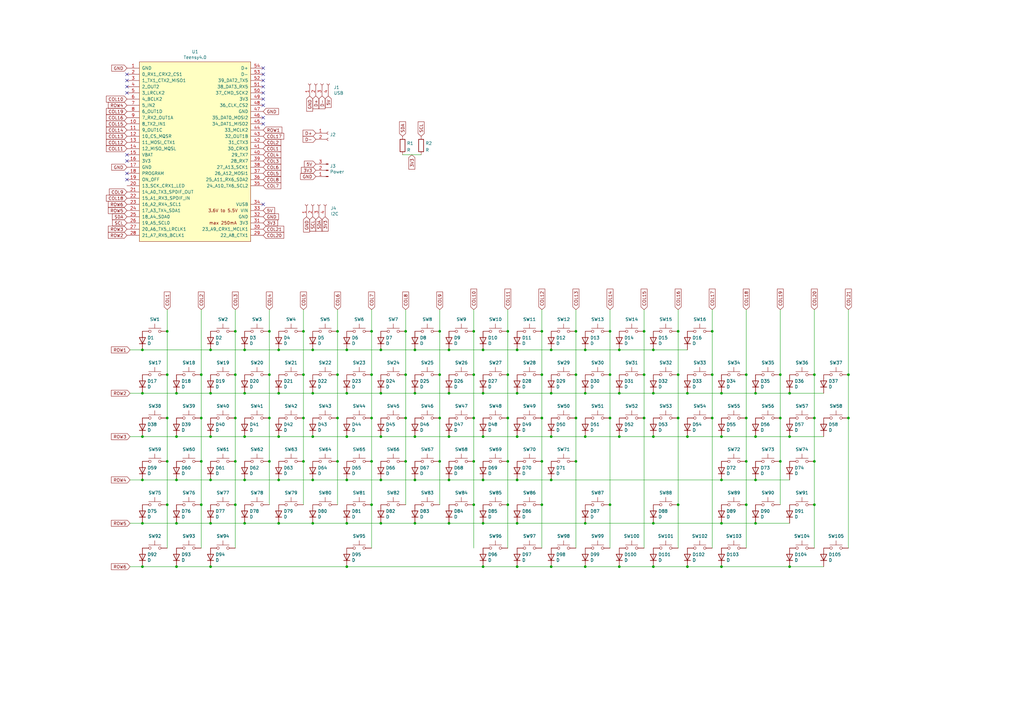
<source format=kicad_sch>
(kicad_sch (version 20211123) (generator eeschema)
  (paper "A3")
  (junction (at 100.33 179.07))
  (junction (at 323.85 179.07))
  (junction (at 194.31 153.67))
  (junction (at 68.58 153.67))
  (junction (at 236.22 135.89))
  (junction (at 166.37 153.67))
  (junction (at 114.3 179.07))
  (junction (at 267.97 214.63))
  (junction (at 254 232.41))
  (junction (at 347.98 153.67))
  (junction (at 295.91 196.85))
  (junction (at 295.91 232.41))
  (junction (at 198.12 196.85))
  (junction (at 96.52 207.01))
  (junction (at 295.91 179.07))
  (junction (at 281.94 232.41))
  (junction (at 278.13 153.67))
  (junction (at 281.94 161.29))
  (junction (at 128.27 161.29))
  (junction (at 82.55 171.45))
  (junction (at 156.21 179.07))
  (junction (at 152.4 171.45))
  (junction (at 114.3 143.51))
  (junction (at 222.25 171.45))
  (junction (at 334.01 153.67))
  (junction (at 194.31 189.23))
  (junction (at 58.42 143.51))
  (junction (at 267.97 179.07))
  (junction (at 96.52 189.23))
  (junction (at 226.06 143.51))
  (junction (at 124.46 189.23))
  (junction (at 86.36 214.63))
  (junction (at 194.31 207.01))
  (junction (at 281.94 179.07))
  (junction (at 198.12 143.51))
  (junction (at 222.25 189.23))
  (junction (at 323.85 232.41))
  (junction (at 250.19 207.01))
  (junction (at 100.33 196.85))
  (junction (at 250.19 171.45))
  (junction (at 306.07 153.67))
  (junction (at 198.12 179.07))
  (junction (at 240.03 232.41))
  (junction (at 254 179.07))
  (junction (at 124.46 171.45))
  (junction (at 212.09 232.41))
  (junction (at 212.09 161.29))
  (junction (at 114.3 161.29))
  (junction (at 334.01 189.23))
  (junction (at 72.39 232.41))
  (junction (at 264.16 171.45))
  (junction (at 142.24 196.85))
  (junction (at 208.28 171.45))
  (junction (at 96.52 135.89))
  (junction (at 250.19 153.67))
  (junction (at 226.06 232.41))
  (junction (at 306.07 189.23))
  (junction (at 208.28 135.89))
  (junction (at 292.1 153.67))
  (junction (at 68.58 207.01))
  (junction (at 295.91 214.63))
  (junction (at 72.39 196.85))
  (junction (at 96.52 153.67))
  (junction (at 82.55 189.23))
  (junction (at 292.1 171.45))
  (junction (at 72.39 214.63))
  (junction (at 86.36 179.07))
  (junction (at 152.4 207.01))
  (junction (at 208.28 189.23))
  (junction (at 138.43 153.67))
  (junction (at 226.06 196.85))
  (junction (at 240.03 161.29))
  (junction (at 128.27 179.07))
  (junction (at 309.88 179.07))
  (junction (at 128.27 214.63))
  (junction (at 347.98 171.45))
  (junction (at 184.15 214.63))
  (junction (at 152.4 135.89))
  (junction (at 170.18 214.63))
  (junction (at 254 143.51))
  (junction (at 72.39 161.29))
  (junction (at 128.27 143.51))
  (junction (at 114.3 214.63))
  (junction (at 58.42 161.29))
  (junction (at 254 161.29))
  (junction (at 124.46 153.67))
  (junction (at 278.13 207.01))
  (junction (at 82.55 153.67))
  (junction (at 222.25 153.67))
  (junction (at 152.4 189.23))
  (junction (at 236.22 153.67))
  (junction (at 267.97 232.41))
  (junction (at 309.88 214.63))
  (junction (at 180.34 189.23))
  (junction (at 166.37 189.23))
  (junction (at 334.01 171.45))
  (junction (at 212.09 143.51))
  (junction (at 58.42 179.07))
  (junction (at 142.24 232.41))
  (junction (at 212.09 196.85))
  (junction (at 170.18 143.51))
  (junction (at 309.88 196.85))
  (junction (at 142.24 143.51))
  (junction (at 110.49 135.89))
  (junction (at 184.15 179.07))
  (junction (at 267.97 143.51))
  (junction (at 96.52 171.45))
  (junction (at 278.13 171.45))
  (junction (at 82.55 207.01))
  (junction (at 240.03 179.07))
  (junction (at 100.33 214.63))
  (junction (at 226.06 161.29))
  (junction (at 264.16 135.89))
  (junction (at 222.25 135.89))
  (junction (at 208.28 207.01))
  (junction (at 334.01 207.01))
  (junction (at 156.21 143.51))
  (junction (at 156.21 214.63))
  (junction (at 180.34 171.45))
  (junction (at 58.42 232.41))
  (junction (at 240.03 143.51))
  (junction (at 68.58 189.23))
  (junction (at 306.07 207.01))
  (junction (at 124.46 135.89))
  (junction (at 72.39 179.07))
  (junction (at 86.36 196.85))
  (junction (at 170.18 196.85))
  (junction (at 110.49 171.45))
  (junction (at 194.31 135.89))
  (junction (at 58.42 214.63))
  (junction (at 198.12 232.41))
  (junction (at 166.37 135.89))
  (junction (at 142.24 161.29))
  (junction (at 142.24 214.63))
  (junction (at 320.04 189.23))
  (junction (at 100.33 143.51))
  (junction (at 295.91 161.29))
  (junction (at 156.21 161.29))
  (junction (at 320.04 153.67))
  (junction (at 198.12 161.29))
  (junction (at 86.36 161.29))
  (junction (at 138.43 135.89))
  (junction (at 180.34 135.89))
  (junction (at 86.36 232.41))
  (junction (at 226.06 179.07))
  (junction (at 128.27 196.85))
  (junction (at 264.16 153.67))
  (junction (at 68.58 135.89))
  (junction (at 323.85 161.29))
  (junction (at 250.19 135.89))
  (junction (at 86.36 143.51))
  (junction (at 138.43 171.45))
  (junction (at 170.18 161.29))
  (junction (at 138.43 189.23))
  (junction (at 184.15 196.85))
  (junction (at 267.97 161.29))
  (junction (at 180.34 153.67))
  (junction (at 170.18 179.07))
  (junction (at 292.1 135.89))
  (junction (at 194.31 171.45))
  (junction (at 184.15 161.29))
  (junction (at 236.22 171.45))
  (junction (at 156.21 196.85))
  (junction (at 58.42 196.85))
  (junction (at 212.09 179.07))
  (junction (at 240.03 214.63))
  (junction (at 278.13 135.89))
  (junction (at 166.37 171.45))
  (junction (at 306.07 171.45))
  (junction (at 236.22 189.23))
  (junction (at 110.49 189.23))
  (junction (at 309.88 161.29))
  (junction (at 208.28 153.67))
  (junction (at 68.58 171.45))
  (junction (at 110.49 153.67))
  (junction (at 184.15 143.51))
  (junction (at 320.04 171.45))
  (junction (at 100.33 161.29))
  (junction (at 198.12 214.63))
  (junction (at 212.09 214.63))
  (junction (at 152.4 153.67))
  (junction (at 142.24 179.07))
  (junction (at 114.3 196.85))
  (junction (at 222.25 207.01))
  (no_connect (at 107.95 40.64))
  (no_connect (at 52.07 66.04))
  (no_connect (at 52.07 35.56))
  (no_connect (at 107.95 38.1))
  (no_connect (at 107.95 27.94))
  (no_connect (at 52.07 33.02))
  (no_connect (at 52.07 38.1))
  (no_connect (at 107.95 33.02))
  (no_connect (at 107.95 83.82))
  (no_connect (at 52.07 63.5))
  (no_connect (at 52.07 73.66))
  (no_connect (at 52.07 30.48))
  (no_connect (at 107.95 50.8))
  (no_connect (at 107.95 43.18))
  (no_connect (at 107.95 35.56))
  (no_connect (at 107.95 30.48))
  (no_connect (at 52.07 71.12))
  (no_connect (at 107.95 48.26))
  (wire (pts (xy 295.91 232.41) (xy 323.85 232.41)))
  (wire (pts (xy 212.09 161.29) (xy 226.06 161.29)))
  (wire (pts (xy 96.52 127) (xy 96.52 135.89)))
  (wire (pts (xy 278.13 207.01) (xy 278.13 224.79)))
  (wire (pts (xy 152.4 135.89) (xy 152.4 153.67)))
  (wire (pts (xy 184.15 161.29) (xy 198.12 161.29)))
  (wire (pts (xy 208.28 189.23) (xy 208.28 207.01)))
  (wire (pts (xy 114.3 196.85) (xy 128.27 196.85)))
  (wire (pts (xy 86.36 214.63) (xy 100.33 214.63)))
  (wire (pts (xy 142.24 143.51) (xy 156.21 143.51)))
  (wire (pts (xy 170.18 143.51) (xy 184.15 143.51)))
  (wire (pts (xy 142.24 214.63) (xy 156.21 214.63)))
  (wire (pts (xy 198.12 196.85) (xy 212.09 196.85)))
  (wire (pts (xy 309.88 161.29) (xy 323.85 161.29)))
  (wire (pts (xy 166.37 135.89) (xy 166.37 153.67)))
  (wire (pts (xy 306.07 171.45) (xy 306.07 189.23)))
  (wire (pts (xy 72.39 196.85) (xy 86.36 196.85)))
  (wire (pts (xy 250.19 153.67) (xy 250.19 171.45)))
  (wire (pts (xy 208.28 207.01) (xy 208.28 224.79)))
  (wire (pts (xy 320.04 127) (xy 320.04 153.67)))
  (wire (pts (xy 208.28 127) (xy 208.28 135.89)))
  (wire (pts (xy 194.31 135.89) (xy 194.31 153.67)))
  (wire (pts (xy 100.33 179.07) (xy 114.3 179.07)))
  (wire (pts (xy 267.97 214.63) (xy 295.91 214.63)))
  (wire (pts (xy 166.37 171.45) (xy 166.37 189.23)))
  (wire (pts (xy 72.39 161.29) (xy 86.36 161.29)))
  (wire (pts (xy 138.43 189.23) (xy 138.43 207.01)))
  (wire (pts (xy 236.22 135.89) (xy 236.22 153.67)))
  (wire (pts (xy 320.04 153.67) (xy 320.04 171.45)))
  (wire (pts (xy 198.12 179.07) (xy 212.09 179.07)))
  (wire (pts (xy 292.1 153.67) (xy 292.1 171.45)))
  (wire (pts (xy 128.27 143.51) (xy 142.24 143.51)))
  (wire (pts (xy 226.06 143.51) (xy 240.03 143.51)))
  (wire (pts (xy 58.42 232.41) (xy 53.34 232.41)))
  (wire (pts (xy 110.49 127) (xy 110.49 135.89)))
  (wire (pts (xy 309.88 179.07) (xy 323.85 179.07)))
  (wire (pts (xy 281.94 232.41) (xy 295.91 232.41)))
  (wire (pts (xy 142.24 196.85) (xy 156.21 196.85)))
  (wire (pts (xy 96.52 189.23) (xy 96.52 207.01)))
  (wire (pts (xy 184.15 214.63) (xy 198.12 214.63)))
  (wire (pts (xy 184.15 143.51) (xy 198.12 143.51)))
  (wire (pts (xy 165.1 63.5) (xy 172.72 63.5)))
  (wire (pts (xy 254 232.41) (xy 267.97 232.41)))
  (wire (pts (xy 306.07 127) (xy 306.07 153.67)))
  (wire (pts (xy 114.3 214.63) (xy 128.27 214.63)))
  (wire (pts (xy 86.36 179.07) (xy 100.33 179.07)))
  (wire (pts (xy 68.58 171.45) (xy 68.58 189.23)))
  (wire (pts (xy 334.01 207.01) (xy 334.01 224.79)))
  (wire (pts (xy 240.03 143.51) (xy 254 143.51)))
  (wire (pts (xy 184.15 196.85) (xy 198.12 196.85)))
  (wire (pts (xy 124.46 171.45) (xy 124.46 189.23)))
  (wire (pts (xy 128.27 196.85) (xy 142.24 196.85)))
  (wire (pts (xy 68.58 207.01) (xy 68.58 224.79)))
  (wire (pts (xy 124.46 127) (xy 124.46 135.89)))
  (wire (pts (xy 222.25 135.89) (xy 222.25 153.67)))
  (wire (pts (xy 278.13 171.45) (xy 278.13 207.01)))
  (wire (pts (xy 53.34 161.29) (xy 58.42 161.29)))
  (wire (pts (xy 281.94 179.07) (xy 295.91 179.07)))
  (wire (pts (xy 124.46 189.23) (xy 124.46 207.01)))
  (wire (pts (xy 250.19 171.45) (xy 250.19 207.01)))
  (wire (pts (xy 72.39 179.07) (xy 86.36 179.07)))
  (wire (pts (xy 295.91 161.29) (xy 309.88 161.29)))
  (wire (pts (xy 156.21 179.07) (xy 170.18 179.07)))
  (wire (pts (xy 166.37 153.67) (xy 166.37 171.45)))
  (wire (pts (xy 292.1 135.89) (xy 292.1 153.67)))
  (wire (pts (xy 212.09 179.07) (xy 226.06 179.07)))
  (wire (pts (xy 198.12 214.63) (xy 212.09 214.63)))
  (wire (pts (xy 212.09 143.51) (xy 226.06 143.51)))
  (wire (pts (xy 180.34 127) (xy 180.34 135.89)))
  (wire (pts (xy 250.19 127) (xy 250.19 135.89)))
  (wire (pts (xy 142.24 179.07) (xy 156.21 179.07)))
  (wire (pts (xy 68.58 153.67) (xy 68.58 171.45)))
  (wire (pts (xy 53.34 196.85) (xy 58.42 196.85)))
  (wire (pts (xy 53.34 179.07) (xy 58.42 179.07)))
  (wire (pts (xy 166.37 127) (xy 166.37 135.89)))
  (wire (pts (xy 72.39 232.41) (xy 86.36 232.41)))
  (wire (pts (xy 142.24 232.41) (xy 198.12 232.41)))
  (wire (pts (xy 254 143.51) (xy 267.97 143.51)))
  (wire (pts (xy 86.36 196.85) (xy 100.33 196.85)))
  (wire (pts (xy 295.91 196.85) (xy 309.88 196.85)))
  (wire (pts (xy 309.88 214.63) (xy 323.85 214.63)))
  (wire (pts (xy 128.27 214.63) (xy 142.24 214.63)))
  (wire (pts (xy 166.37 189.23) (xy 166.37 207.01)))
  (wire (pts (xy 295.91 179.07) (xy 309.88 179.07)))
  (wire (pts (xy 82.55 127) (xy 82.55 153.67)))
  (wire (pts (xy 68.58 135.89) (xy 68.58 153.67)))
  (wire (pts (xy 138.43 171.45) (xy 138.43 189.23)))
  (wire (pts (xy 208.28 153.67) (xy 208.28 171.45)))
  (wire (pts (xy 236.22 153.67) (xy 236.22 171.45)))
  (wire (pts (xy 124.46 153.67) (xy 124.46 171.45)))
  (wire (pts (xy 292.1 127) (xy 292.1 135.89)))
  (wire (pts (xy 58.42 179.07) (xy 72.39 179.07)))
  (wire (pts (xy 264.16 127) (xy 264.16 135.89)))
  (wire (pts (xy 124.46 135.89) (xy 124.46 153.67)))
  (wire (pts (xy 58.42 196.85) (xy 72.39 196.85)))
  (wire (pts (xy 292.1 171.45) (xy 292.1 224.79)))
  (wire (pts (xy 100.33 196.85) (xy 114.3 196.85)))
  (wire (pts (xy 194.31 171.45) (xy 194.31 189.23)))
  (wire (pts (xy 68.58 127) (xy 68.58 135.89)))
  (wire (pts (xy 96.52 135.89) (xy 96.52 153.67)))
  (wire (pts (xy 82.55 153.67) (xy 82.55 171.45)))
  (wire (pts (xy 267.97 143.51) (xy 281.94 143.51)))
  (wire (pts (xy 170.18 196.85) (xy 184.15 196.85)))
  (wire (pts (xy 254 179.07) (xy 267.97 179.07)))
  (wire (pts (xy 138.43 153.67) (xy 138.43 171.45)))
  (wire (pts (xy 226.06 232.41) (xy 240.03 232.41)))
  (wire (pts (xy 323.85 179.07) (xy 337.82 179.07)))
  (wire (pts (xy 58.42 161.29) (xy 72.39 161.29)))
  (wire (pts (xy 212.09 232.41) (xy 226.06 232.41)))
  (wire (pts (xy 82.55 189.23) (xy 82.55 207.01)))
  (wire (pts (xy 194.31 127) (xy 194.31 135.89)))
  (wire (pts (xy 267.97 179.07) (xy 281.94 179.07)))
  (wire (pts (xy 281.94 161.29) (xy 295.91 161.29)))
  (wire (pts (xy 198.12 161.29) (xy 212.09 161.29)))
  (wire (pts (xy 180.34 171.45) (xy 180.34 189.23)))
  (wire (pts (xy 278.13 127) (xy 278.13 135.89)))
  (wire (pts (xy 240.03 214.63) (xy 267.97 214.63)))
  (wire (pts (xy 128.27 179.07) (xy 142.24 179.07)))
  (wire (pts (xy 184.15 179.07) (xy 198.12 179.07)))
  (wire (pts (xy 152.4 171.45) (xy 152.4 189.23)))
  (wire (pts (xy 128.27 161.29) (xy 142.24 161.29)))
  (wire (pts (xy 53.34 143.51) (xy 58.42 143.51)))
  (wire (pts (xy 226.06 179.07) (xy 240.03 179.07)))
  (wire (pts (xy 347.98 127) (xy 347.98 153.67)))
  (wire (pts (xy 138.43 127) (xy 138.43 135.89)))
  (wire (pts (xy 198.12 232.41) (xy 212.09 232.41)))
  (wire (pts (xy 72.39 214.63) (xy 86.36 214.63)))
  (wire (pts (xy 226.06 196.85) (xy 295.91 196.85)))
  (wire (pts (xy 250.19 135.89) (xy 250.19 153.67)))
  (wire (pts (xy 156.21 196.85) (xy 170.18 196.85)))
  (wire (pts (xy 254 161.29) (xy 267.97 161.29)))
  (wire (pts (xy 180.34 135.89) (xy 180.34 153.67)))
  (wire (pts (xy 156.21 143.51) (xy 170.18 143.51)))
  (wire (pts (xy 100.33 161.29) (xy 114.3 161.29)))
  (wire (pts (xy 240.03 161.29) (xy 254 161.29)))
  (wire (pts (xy 306.07 153.67) (xy 306.07 171.45)))
  (wire (pts (xy 114.3 161.29) (xy 128.27 161.29)))
  (wire (pts (xy 96.52 171.45) (xy 96.52 189.23)))
  (wire (pts (xy 306.07 207.01) (xy 306.07 224.79)))
  (wire (pts (xy 295.91 214.63) (xy 309.88 214.63)))
  (wire (pts (xy 156.21 161.29) (xy 170.18 161.29)))
  (wire (pts (xy 86.36 232.41) (xy 142.24 232.41)))
  (wire (pts (xy 222.25 189.23) (xy 222.25 207.01)))
  (wire (pts (xy 278.13 153.67) (xy 278.13 171.45)))
  (wire (pts (xy 267.97 232.41) (xy 281.94 232.41)))
  (wire (pts (xy 82.55 171.45) (xy 82.55 189.23)))
  (wire (pts (xy 347.98 153.67) (xy 347.98 171.45)))
  (wire (pts (xy 110.49 135.89) (xy 110.49 153.67)))
  (wire (pts (xy 58.42 214.63) (xy 72.39 214.63)))
  (wire (pts (xy 320.04 189.23) (xy 320.04 207.01)))
  (wire (pts (xy 222.25 207.01) (xy 222.25 224.79)))
  (wire (pts (xy 264.16 135.89) (xy 264.16 153.67)))
  (wire (pts (xy 240.03 179.07) (xy 254 179.07)))
  (wire (pts (xy 208.28 135.89) (xy 208.28 153.67)))
  (wire (pts (xy 347.98 224.79) (xy 347.98 171.45)))
  (wire (pts (xy 222.25 127) (xy 222.25 135.89)))
  (wire (pts (xy 208.28 171.45) (xy 208.28 189.23)))
  (wire (pts (xy 194.31 189.23) (xy 194.31 207.01)))
  (wire (pts (xy 110.49 153.67) (xy 110.49 171.45)))
  (wire (pts (xy 152.4 189.23) (xy 152.4 207.01)))
  (wire (pts (xy 100.33 143.51) (xy 114.3 143.51)))
  (wire (pts (xy 58.42 232.41) (xy 72.39 232.41)))
  (wire (pts (xy 114.3 143.51) (xy 128.27 143.51)))
  (wire (pts (xy 194.31 153.67) (xy 194.31 171.45)))
  (wire (pts (xy 334.01 127) (xy 334.01 153.67)))
  (wire (pts (xy 180.34 189.23) (xy 180.34 207.01)))
  (wire (pts (xy 222.25 171.45) (xy 222.25 189.23)))
  (wire (pts (xy 170.18 214.63) (xy 184.15 214.63)))
  (wire (pts (xy 152.4 127) (xy 152.4 135.89)))
  (wire (pts (xy 86.36 143.51) (xy 100.33 143.51)))
  (wire (pts (xy 250.19 207.01) (xy 250.19 224.79)))
  (wire (pts (xy 240.03 232.41) (xy 254 232.41)))
  (wire (pts (xy 156.21 214.63) (xy 170.18 214.63)))
  (wire (pts (xy 212.09 196.85) (xy 226.06 196.85)))
  (wire (pts (xy 236.22 171.45) (xy 236.22 189.23)))
  (wire (pts (xy 236.22 189.23) (xy 236.22 224.79)))
  (wire (pts (xy 53.34 214.63) (xy 58.42 214.63)))
  (wire (pts (xy 110.49 171.45) (xy 110.49 189.23)))
  (wire (pts (xy 264.16 153.67) (xy 264.16 171.45)))
  (wire (pts (xy 138.43 135.89) (xy 138.43 153.67)))
  (wire (pts (xy 152.4 153.67) (xy 152.4 171.45)))
  (wire (pts (xy 180.34 153.67) (xy 180.34 171.45)))
  (wire (pts (xy 264.16 171.45) (xy 264.16 224.79)))
  (wire (pts (xy 86.36 161.29) (xy 100.33 161.29)))
  (wire (pts (xy 212.09 214.63) (xy 240.03 214.63)))
  (wire (pts (xy 100.33 214.63) (xy 114.3 214.63)))
  (wire (pts (xy 236.22 127) (xy 236.22 135.89)))
  (wire (pts (xy 58.42 143.51) (xy 86.36 143.51)))
  (wire (pts (xy 323.85 161.29) (xy 337.82 161.29)))
  (wire (pts (xy 309.88 196.85) (xy 323.85 196.85)))
  (wire (pts (xy 96.52 153.67) (xy 96.52 171.45)))
  (wire (pts (xy 334.01 171.45) (xy 334.01 189.23)))
  (wire (pts (xy 82.55 207.01) (xy 82.55 224.79)))
  (wire (pts (xy 267.97 161.29) (xy 281.94 161.29)))
  (wire (pts (xy 334.01 189.23) (xy 334.01 207.01)))
  (wire (pts (xy 170.18 179.07) (xy 184.15 179.07)))
  (wire (pts (xy 96.52 207.01) (xy 96.52 224.79)))
  (wire (pts (xy 142.24 161.29) (xy 156.21 161.29)))
  (wire (pts (xy 110.49 189.23) (xy 110.49 207.01)))
  (wire (pts (xy 114.3 179.07) (xy 128.27 179.07)))
  (wire (pts (xy 320.04 171.45) (xy 320.04 189.23)))
  (wire (pts (xy 222.25 153.67) (xy 222.25 171.45)))
  (wire (pts (xy 194.31 207.01) (xy 194.31 224.79)))
  (wire (pts (xy 152.4 207.01) (xy 152.4 224.79)))
  (wire (pts (xy 306.07 189.23) (xy 306.07 207.01)))
  (wire (pts (xy 278.13 135.89) (xy 278.13 153.67)))
  (wire (pts (xy 68.58 189.23) (xy 68.58 207.01)))
  (wire (pts (xy 226.06 161.29) (xy 240.03 161.29)))
  (wire (pts (xy 334.01 153.67) (xy 334.01 171.45)))
  (wire (pts (xy 323.85 232.41) (xy 337.82 232.41)))
  (wire (pts (xy 198.12 143.51) (xy 212.09 143.51)))
  (wire (pts (xy 170.18 161.29) (xy 184.15 161.29)))
  (global_label "ROW6" (shape input) (at 53.34 232.41 180) (property "Intersheet References" "${INTERSHEET_REFS}" (effects hide)))
  (global_label "D-" (shape input) (at 132.08 39.37 270) (property "Intersheet References" "${INTERSHEET_REFS}" (effects hide)))
  (global_label "GND" (shape input) (at 52.07 68.58 180) (property "Intersheet References" "${INTERSHEET_REFS}" (effects hide)))
  (global_label "D+" (shape input) (at 129.54 54.61 180) (property "Intersheet References" "${INTERSHEET_REFS}" (effects hide)))
  (global_label "D+" (shape input) (at 129.54 39.37 270) (property "Intersheet References" "${INTERSHEET_REFS}" (effects hide)))
  (global_label "COL19" (shape input) (at 320.04 127 90) (property "Intersheet References" "${INTERSHEET_REFS}" (effects hide)))
  (global_label "COL11" (shape input) (at 52.07 60.96 180) (property "Intersheet References" "${INTERSHEET_REFS}" (effects hide)))
  (global_label "COL9" (shape input) (at 52.07 78.74 180) (property "Intersheet References" "${INTERSHEET_REFS}" (effects hide)))
  (global_label "COL18" (shape input) (at 306.07 127 90) (property "Intersheet References" "${INTERSHEET_REFS}" (effects hide)))
  (global_label "GND" (shape input) (at 125.73 88.9 270) (property "Intersheet References" "${INTERSHEET_REFS}" (effects hide)))
  (global_label "COL7" (shape input) (at 152.4 127 90) (property "Intersheet References" "${INTERSHEET_REFS}" (effects hide)))
  (global_label "COL1" (shape input) (at 107.95 60.96 0) (property "Intersheet References" "${INTERSHEET_REFS}" (effects hide)))
  (global_label "ROW1" (shape input) (at 53.34 143.51 180) (property "Intersheet References" "${INTERSHEET_REFS}" (effects hide)))
  (global_label "COL14" (shape input) (at 250.19 127 90) (property "Intersheet References" "${INTERSHEET_REFS}" (effects hide)))
  (global_label "COL20" (shape input) (at 107.95 96.52 0) (property "Intersheet References" "${INTERSHEET_REFS}" (effects hide)))
  (global_label "COL4" (shape input) (at 107.95 63.5 0) (property "Intersheet References" "${INTERSHEET_REFS}" (effects hide)))
  (global_label "COL3" (shape input) (at 107.95 66.04 0) (property "Intersheet References" "${INTERSHEET_REFS}" (effects hide)))
  (global_label "3V3" (shape input) (at 168.91 63.5 270) (property "Intersheet References" "${INTERSHEET_REFS}" (effects hide)))
  (global_label "COL4" (shape input) (at 110.49 127 90) (property "Intersheet References" "${INTERSHEET_REFS}" (effects hide)))
  (global_label "SDA" (shape input) (at 130.81 88.9 270) (property "Intersheet References" "${INTERSHEET_REFS}" (effects hide)))
  (global_label "COL8" (shape input) (at 107.95 73.66 0) (property "Intersheet References" "${INTERSHEET_REFS}" (effects hide)))
  (global_label "ROW4" (shape input) (at 52.07 43.18 180) (property "Intersheet References" "${INTERSHEET_REFS}" (effects hide)))
  (global_label "COL18" (shape input) (at 52.07 81.28 180) (property "Intersheet References" "${INTERSHEET_REFS}" (effects hide)))
  (global_label "COL2" (shape input) (at 82.55 127 90) (property "Intersheet References" "${INTERSHEET_REFS}" (effects hide)))
  (global_label "COL12" (shape input) (at 52.07 58.42 180) (property "Intersheet References" "${INTERSHEET_REFS}" (effects hide)))
  (global_label "D-" (shape input) (at 129.54 57.15 180) (property "Intersheet References" "${INTERSHEET_REFS}" (effects hide)))
  (global_label "ROW6" (shape input) (at 52.07 83.82 180) (property "Intersheet References" "${INTERSHEET_REFS}" (effects hide)))
  (global_label "SCL" (shape input) (at 52.07 91.44 180) (property "Intersheet References" "${INTERSHEET_REFS}" (effects hide)))
  (global_label "COL6" (shape input) (at 138.43 127 90) (property "Intersheet References" "${INTERSHEET_REFS}" (effects hide)))
  (global_label "COL12" (shape input) (at 222.25 127 90) (property "Intersheet References" "${INTERSHEET_REFS}" (effects hide)))
  (global_label "GND" (shape input) (at 107.95 88.9 0) (property "Intersheet References" "${INTERSHEET_REFS}" (effects hide)))
  (global_label "COL17" (shape input) (at 107.95 55.88 0) (property "Intersheet References" "${INTERSHEET_REFS}" (effects hide)))
  (global_label "COL21" (shape input) (at 347.98 127 90) (property "Intersheet References" "${INTERSHEET_REFS}" (effects hide)))
  (global_label "COL13" (shape input) (at 236.22 127 90) (property "Intersheet References" "${INTERSHEET_REFS}" (effects hide)))
  (global_label "ROW5" (shape input) (at 53.34 214.63 180) (property "Intersheet References" "${INTERSHEET_REFS}" (effects hide)))
  (global_label "COL2" (shape input) (at 107.95 58.42 0) (property "Intersheet References" "${INTERSHEET_REFS}" (effects hide)))
  (global_label "COL15" (shape input) (at 52.07 50.8 180) (property "Intersheet References" "${INTERSHEET_REFS}" (effects hide)))
  (global_label "ROW1" (shape input) (at 107.95 53.34 0) (property "Intersheet References" "${INTERSHEET_REFS}" (effects hide)))
  (global_label "COL14" (shape input) (at 52.07 53.34 180) (property "Intersheet References" "${INTERSHEET_REFS}" (effects hide)))
  (global_label "COL16" (shape input) (at 52.07 48.26 180) (property "Intersheet References" "${INTERSHEET_REFS}" (effects hide)))
  (global_label "ROW3" (shape input) (at 52.07 93.98 180) (property "Intersheet References" "${INTERSHEET_REFS}" (effects hide)))
  (global_label "COL8" (shape input) (at 166.37 127 90) (property "Intersheet References" "${INTERSHEET_REFS}" (effects hide)))
  (global_label "ROW5" (shape input) (at 52.07 86.36 180) (property "Intersheet References" "${INTERSHEET_REFS}" (effects hide)))
  (global_label "COL20" (shape input) (at 334.01 127 90) (property "Intersheet References" "${INTERSHEET_REFS}" (effects hide)))
  (global_label "GND" (shape input) (at 129.54 72.39 180) (property "Intersheet References" "${INTERSHEET_REFS}" (effects hide)))
  (global_label "COL5" (shape input) (at 124.46 127 90) (property "Intersheet References" "${INTERSHEET_REFS}" (effects hide)))
  (global_label "ROW3" (shape input) (at 53.34 179.07 180) (property "Intersheet References" "${INTERSHEET_REFS}" (effects hide)))
  (global_label "COL3" (shape input) (at 96.52 127 90) (property "Intersheet References" "${INTERSHEET_REFS}" (effects hide)))
  (global_label "COL9" (shape input) (at 180.34 127 90) (property "Intersheet References" "${INTERSHEET_REFS}" (effects hide)))
  (global_label "5V" (shape input) (at 129.54 67.31 180) (property "Intersheet References" "${INTERSHEET_REFS}" (effects hide)))
  (global_label "COL1" (shape input) (at 68.58 127 90) (property "Intersheet References" "${INTERSHEET_REFS}" (effects hide)))
  (global_label "3V3" (shape input) (at 133.35 88.9 270) (property "Intersheet References" "${INTERSHEET_REFS}" (effects hide)))
  (global_label "3V3" (shape input) (at 129.54 69.85 180) (property "Intersheet References" "${INTERSHEET_REFS}" (effects hide)))
  (global_label "COL11" (shape input) (at 208.28 127 90) (property "Intersheet References" "${INTERSHEET_REFS}" (effects hide)))
  (global_label "COL6" (shape input) (at 107.95 68.58 0) (property "Intersheet References" "${INTERSHEET_REFS}" (effects hide)))
  (global_label "COL10" (shape input) (at 194.31 127 90) (property "Intersheet References" "${INTERSHEET_REFS}" (effects hide)))
  (global_label "COL21" (shape input) (at 107.95 93.98 0) (property "Intersheet References" "${INTERSHEET_REFS}" (effects hide)))
  (global_label "COL5" (shape input) (at 107.95 71.12 0) (property "Intersheet References" "${INTERSHEET_REFS}" (effects hide)))
  (global_label "GND" (shape input) (at 127 39.37 270) (property "Intersheet References" "${INTERSHEET_REFS}" (effects hide)))
  (global_label "ROW4" (shape input) (at 53.34 196.85 180) (property "Intersheet References" "${INTERSHEET_REFS}" (effects hide)))
  (global_label "COL16" (shape input) (at 278.13 127 90) (property "Intersheet References" "${INTERSHEET_REFS}" (effects hide)))
  (global_label "5V" (shape input) (at 134.62 39.37 270) (property "Intersheet References" "${INTERSHEET_REFS}" (effects hide)))
  (global_label "3V3" (shape input) (at 107.95 91.44 0) (property "Intersheet References" "${INTERSHEET_REFS}" (effects hide)))
  (global_label "SDA" (shape input) (at 52.07 88.9 180) (property "Intersheet References" "${INTERSHEET_REFS}" (effects hide)))
  (global_label "SCL" (shape input) (at 128.27 88.9 270) (property "Intersheet References" "${INTERSHEET_REFS}" (effects hide)))
  (global_label "COL7" (shape input) (at 107.95 76.2 0) (property "Intersheet References" "${INTERSHEET_REFS}" (effects hide)))
  (global_label "COL10" (shape input) (at 52.07 40.64 180) (property "Intersheet References" "${INTERSHEET_REFS}" (effects hide)))
  (global_label "SDA" (shape input) (at 165.1 55.88 90) (property "Intersheet References" "${INTERSHEET_REFS}" (effects hide)))
  (global_label "COL17" (shape input) (at 292.1 127 90) (property "Intersheet References" "${INTERSHEET_REFS}" (effects hide)))
  (global_label "SCL" (shape input) (at 172.72 55.88 90) (property "Intersheet References" "${INTERSHEET_REFS}" (effects hide)))
  (global_label "COL15" (shape input) (at 264.16 127 90) (property "Intersheet References" "${INTERSHEET_REFS}" (effects hide)))
  (global_label "5V" (shape input) (at 107.95 86.36 0) (property "Intersheet References" "${INTERSHEET_REFS}" (effects hide)))
  (global_label "ROW2" (shape input) (at 52.07 96.52 180) (property "Intersheet References" "${INTERSHEET_REFS}" (effects hide)))
  (global_label "GND" (shape input) (at 52.07 27.94 180) (property "Intersheet References" "${INTERSHEET_REFS}" (effects hide)))
  (global_label "GND" (shape input) (at 107.95 45.72 0) (property "Intersheet References" "${INTERSHEET_REFS}" (effects hide)))
  (global_label "COL13" (shape input) (at 52.07 55.88 180) (property "Intersheet References" "${INTERSHEET_REFS}" (effects hide)))
  (global_label "ROW2" (shape input) (at 53.34 161.29 180) (property "Intersheet References" "${INTERSHEET_REFS}" (effects hide)))
  (global_label "COL19" (shape input) (at 52.07 45.72 180) (property "Intersheet References" "${INTERSHEET_REFS}" (effects hide)))
  (symbol (lib_id "Connector:Conn_01x03_Male") (at 134.62 69.85 180) (unit 1)
    (property "Reference" "J3" (at 135.3312 68.1228 0) (effects (justify right)))
    (property "Value" "Power" (at 135.3312 70.4342 0) (effects (justify right)))
    (property "Footprint" "Connector_PinHeader_2.54mm:PinHeader_1x03_P2.54mm_Vertical" (effects hide))
  )
  (symbol (lib_id "teensy:Teensy4.0") (at 80.01 62.23 0) (unit 1)
    (property "Reference" "U1" (at 80.01 21.209 0))
    (property "Value" "Teensy4.0" (at 80.01 23.5204 0))
    (property "Footprint" "teensy:Teensy40_Remove_Last_Col" (effects hide))
  )
  (symbol (lib_id "Connector:Conn_01x04_Female") (at 129.54 34.29 90) (unit 1)
    (property "Reference" "J1" (at 136.8552 35.8648 90) (effects (justify right)))
    (property "Value" "USB" (at 136.8552 38.1762 90) (effects (justify right)))
    (property "Footprint" "Connector_PinHeader_2.54mm:PinHeader_1x04_P2.54mm_Vertical" (effects hide))
  )
  (symbol (lib_id "Connector:Conn_01x02_Female") (at 134.62 54.61 0) (unit 1)
    (property "Reference" "J2" (at 135.3312 55.2196 0) (effects (justify left)))
    (property "Value" " " (at 135.3312 57.531 0) (effects (justify left)))
    (property "Footprint" "Connector_PinHeader_2.54mm:PinHeader_1x02_P2.54mm_Vertical" (effects hide))
  )
  (symbol (lib_id "Connector:Conn_01x04_Female") (at 128.27 83.82 90) (unit 1)
    (property "Reference" "J4" (at 135.5852 85.3948 90) (effects (justify right)))
    (property "Value" "I2C" (at 135.5852 87.7062 90) (effects (justify right)))
    (property "Footprint" "Connector_PinHeader_2.54mm:PinHeader_1x04_P2.54mm_Vertical" (effects hide))
  )
  (symbol (lib_id "Device:D") (at 58.42 139.7 90) (unit 1)
    (property "Reference" "D1" (at 60.452 138.5316 90) (effects (justify right)))
    (property "Value" "D" (at 60.452 140.843 90) (effects (justify right)))
    (property "Footprint" "Diode_THT:D_DO-35_SOD27_P7.62mm_Horizontal" (effects hide))
  )
  (symbol (lib_id "Device:D") (at 86.36 139.7 90) (unit 1)
    (property "Reference" "D2" (at 88.392 138.5316 90) (effects (justify right)))
    (property "Value" "D" (at 88.392 140.843 90) (effects (justify right)))
    (property "Footprint" "Diode_THT:D_DO-35_SOD27_P7.62mm_Horizontal" (effects hide))
  )
  (symbol (lib_id "Switch:SW_Push") (at 105.41 135.89 0) (unit 1)
    (property "Reference" "SW3" (at 105.41 130.9878 0))
    (property "Value" "SW_Push" (effects hide))
    (property "Footprint" "Button_Switch_Keyboard:SW_Cherry_MX_1.00u_PCB" (effects hide))
  )
  (symbol (lib_id "Device:D") (at 100.33 139.7 90) (unit 1)
    (property "Reference" "D3" (at 102.362 138.5316 90) (effects (justify right)))
    (property "Value" "D" (at 102.362 140.843 90) (effects (justify right)))
    (property "Footprint" "Diode_THT:D_DO-35_SOD27_P7.62mm_Horizontal" (effects hide))
  )
  (symbol (lib_id "Switch:SW_Push") (at 119.38 135.89 0) (unit 1)
    (property "Reference" "SW4" (at 119.38 130.9878 0))
    (property "Value" "SW_Push" (effects hide))
    (property "Footprint" "Button_Switch_Keyboard:SW_Cherry_MX_1.00u_PCB" (effects hide))
  )
  (symbol (lib_id "Device:D") (at 114.3 139.7 90) (unit 1)
    (property "Reference" "D4" (at 116.332 138.5316 90) (effects (justify right)))
    (property "Value" "D" (at 116.332 140.843 90) (effects (justify right)))
    (property "Footprint" "Diode_THT:D_DO-35_SOD27_P7.62mm_Horizontal" (effects hide))
  )
  (symbol (lib_id "Switch:SW_Push") (at 133.35 135.89 0) (unit 1)
    (property "Reference" "SW5" (at 133.35 130.9878 0))
    (property "Value" "SW_Push" (effects hide))
    (property "Footprint" "Button_Switch_Keyboard:SW_Cherry_MX_1.00u_PCB" (effects hide))
  )
  (symbol (lib_id "Device:D") (at 128.27 139.7 90) (unit 1)
    (property "Reference" "D5" (at 130.302 138.5316 90) (effects (justify right)))
    (property "Value" "D" (at 130.302 140.843 90) (effects (justify right)))
    (property "Footprint" "Diode_THT:D_DO-35_SOD27_P7.62mm_Horizontal" (effects hide))
  )
  (symbol (lib_id "Switch:SW_Push") (at 147.32 135.89 0) (unit 1)
    (property "Reference" "SW6" (at 147.32 130.9878 0))
    (property "Value" "SW_Push" (effects hide))
    (property "Footprint" "Button_Switch_Keyboard:SW_Cherry_MX_1.00u_PCB" (effects hide))
  )
  (symbol (lib_id "Device:D") (at 142.24 139.7 90) (unit 1)
    (property "Reference" "D6" (at 144.272 138.5316 90) (effects (justify right)))
    (property "Value" "D" (at 144.272 140.843 90) (effects (justify right)))
    (property "Footprint" "Diode_THT:D_DO-35_SOD27_P7.62mm_Horizontal" (effects hide))
  )
  (symbol (lib_id "Switch:SW_Push") (at 161.29 135.89 0) (unit 1)
    (property "Reference" "SW7" (at 161.29 130.9878 0))
    (property "Value" "SW_Push" (effects hide))
    (property "Footprint" "Button_Switch_Keyboard:SW_Cherry_MX_1.00u_PCB" (effects hide))
  )
  (symbol (lib_id "Device:D") (at 156.21 139.7 90) (unit 1)
    (property "Reference" "D7" (at 158.242 138.5316 90) (effects (justify right)))
    (property "Value" "D" (at 158.242 140.843 90) (effects (justify right)))
    (property "Footprint" "Diode_THT:D_DO-35_SOD27_P7.62mm_Horizontal" (effects hide))
  )
  (symbol (lib_id "Switch:SW_Push") (at 175.26 135.89 0) (unit 1)
    (property "Reference" "SW8" (at 175.26 130.9878 0))
    (property "Value" "SW_Push" (effects hide))
    (property "Footprint" "Button_Switch_Keyboard:SW_Cherry_MX_1.00u_PCB" (effects hide))
  )
  (symbol (lib_id "Device:D") (at 170.18 139.7 90) (unit 1)
    (property "Reference" "D8" (at 172.212 138.5316 90) (effects (justify right)))
    (property "Value" "D" (at 172.212 140.843 90) (effects (justify right)))
    (property "Footprint" "Diode_THT:D_DO-35_SOD27_P7.62mm_Horizontal" (effects hide))
  )
  (symbol (lib_id "Switch:SW_Push") (at 189.23 135.89 0) (unit 1)
    (property "Reference" "SW9" (at 189.23 130.9878 0))
    (property "Value" "SW_Push" (effects hide))
    (property "Footprint" "Button_Switch_Keyboard:SW_Cherry_MX_1.00u_PCB" (effects hide))
  )
  (symbol (lib_id "Device:D") (at 184.15 139.7 90) (unit 1)
    (property "Reference" "D9" (at 186.182 138.5316 90) (effects (justify right)))
    (property "Value" "D" (at 186.182 140.843 90) (effects (justify right)))
    (property "Footprint" "Diode_THT:D_DO-35_SOD27_P7.62mm_Horizontal" (effects hide))
  )
  (symbol (lib_id "Switch:SW_Push") (at 203.2 135.89 0) (unit 1)
    (property "Reference" "SW10" (at 203.2 130.9878 0))
    (property "Value" "SW_Push" (effects hide))
    (property "Footprint" "Button_Switch_Keyboard:SW_Cherry_MX_1.00u_PCB" (effects hide))
  )
  (symbol (lib_id "Device:D") (at 198.12 139.7 90) (unit 1)
    (property "Reference" "D10" (at 200.152 138.5316 90) (effects (justify right)))
    (property "Value" "D" (at 200.152 140.843 90) (effects (justify right)))
    (property "Footprint" "Diode_THT:D_DO-35_SOD27_P7.62mm_Horizontal" (effects hide))
  )
  (symbol (lib_id "Switch:SW_Push") (at 217.17 135.89 0) (unit 1)
    (property "Reference" "SW11" (at 217.17 130.9878 0))
    (property "Value" "SW_Push" (effects hide))
    (property "Footprint" "Button_Switch_Keyboard:SW_Cherry_MX_1.00u_PCB" (effects hide))
  )
  (symbol (lib_id "Device:D") (at 212.09 139.7 90) (unit 1)
    (property "Reference" "D11" (at 214.122 138.5316 90) (effects (justify right)))
    (property "Value" "D" (at 214.122 140.843 90) (effects (justify right)))
    (property "Footprint" "Diode_THT:D_DO-35_SOD27_P7.62mm_Horizontal" (effects hide))
  )
  (symbol (lib_id "Switch:SW_Push") (at 231.14 135.89 0) (unit 1)
    (property "Reference" "SW12" (at 231.14 130.9878 0))
    (property "Value" "SW_Push" (effects hide))
    (property "Footprint" "Button_Switch_Keyboard:SW_Cherry_MX_1.00u_PCB" (effects hide))
  )
  (symbol (lib_id "Device:D") (at 226.06 139.7 90) (unit 1)
    (property "Reference" "D12" (at 228.092 138.5316 90) (effects (justify right)))
    (property "Value" "D" (at 228.092 140.843 90) (effects (justify right)))
    (property "Footprint" "Diode_THT:D_DO-35_SOD27_P7.62mm_Horizontal" (effects hide))
  )
  (symbol (lib_id "Switch:SW_Push") (at 245.11 135.89 0) (unit 1)
    (property "Reference" "SW13" (at 245.11 130.9878 0))
    (property "Value" "SW_Push" (effects hide))
    (property "Footprint" "Button_Switch_Keyboard:SW_Cherry_MX_1.00u_PCB" (effects hide))
  )
  (symbol (lib_id "Device:D") (at 240.03 139.7 90) (unit 1)
    (property "Reference" "D13" (at 242.062 138.5316 90) (effects (justify right)))
    (property "Value" "D" (at 242.062 140.843 90) (effects (justify right)))
    (property "Footprint" "Diode_THT:D_DO-35_SOD27_P7.62mm_Horizontal" (effects hide))
  )
  (symbol (lib_id "Switch:SW_Push") (at 259.08 135.89 0) (unit 1)
    (property "Reference" "SW14" (at 259.08 130.9878 0))
    (property "Value" "SW_Push" (effects hide))
    (property "Footprint" "Button_Switch_Keyboard:SW_Cherry_MX_1.00u_PCB" (effects hide))
  )
  (symbol (lib_id "Device:D") (at 254 139.7 90) (unit 1)
    (property "Reference" "D14" (at 256.032 138.5316 90) (effects (justify right)))
    (property "Value" "D" (at 256.032 140.843 90) (effects (justify right)))
    (property "Footprint" "Diode_THT:D_DO-35_SOD27_P7.62mm_Horizontal" (effects hide))
  )
  (symbol (lib_id "Switch:SW_Push") (at 273.05 135.89 0) (unit 1)
    (property "Reference" "SW15" (at 273.05 130.9878 0))
    (property "Value" "SW_Push" (effects hide))
    (property "Footprint" "Button_Switch_Keyboard:SW_Cherry_MX_1.00u_PCB" (effects hide))
  )
  (symbol (lib_id "Device:D") (at 267.97 139.7 90) (unit 1)
    (property "Reference" "D15" (at 270.002 138.5316 90) (effects (justify right)))
    (property "Value" "D" (at 270.002 140.843 90) (effects (justify right)))
    (property "Footprint" "Diode_THT:D_DO-35_SOD27_P7.62mm_Horizontal" (effects hide))
  )
  (symbol (lib_id "Switch:SW_Push") (at 287.02 135.89 0) (unit 1)
    (property "Reference" "SW16" (at 287.02 130.9878 0))
    (property "Value" "SW_Push" (effects hide))
    (property "Footprint" "Button_Switch_Keyboard:SW_Cherry_MX_1.00u_PCB" (effects hide))
  )
  (symbol (lib_id "Device:D") (at 281.94 139.7 90) (unit 1)
    (property "Reference" "D16" (at 283.972 138.5316 90) (effects (justify right)))
    (property "Value" "D" (at 283.972 140.843 90) (effects (justify right)))
    (property "Footprint" "Diode_THT:D_DO-35_SOD27_P7.62mm_Horizontal" (effects hide))
  )
  (symbol (lib_id "Switch:SW_Push") (at 63.5 153.67 0) (unit 1)
    (property "Reference" "SW17" (at 63.5 148.7678 0))
    (property "Value" "SW_Push" (effects hide))
    (property "Footprint" "Button_Switch_Keyboard:SW_Cherry_MX_1.00u_PCB" (effects hide))
  )
  (symbol (lib_id "Device:D") (at 58.42 157.48 90) (unit 1)
    (property "Reference" "D17" (at 60.452 156.3116 90) (effects (justify right)))
    (property "Value" "D" (at 60.452 158.623 90) (effects (justify right)))
    (property "Footprint" "Diode_THT:D_DO-35_SOD27_P7.62mm_Horizontal" (effects hide))
  )
  (symbol (lib_id "Switch:SW_Push") (at 77.47 153.67 0) (unit 1)
    (property "Reference" "SW18" (at 77.47 148.7678 0))
    (property "Value" "SW_Push" (effects hide))
    (property "Footprint" "Button_Switch_Keyboard:SW_Cherry_MX_1.00u_PCB" (effects hide))
  )
  (symbol (lib_id "Device:D") (at 72.39 157.48 90) (unit 1)
    (property "Reference" "D18" (at 74.422 156.3116 90) (effects (justify right)))
    (property "Value" "D" (at 74.422 158.623 90) (effects (justify right)))
    (property "Footprint" "Diode_THT:D_DO-35_SOD27_P7.62mm_Horizontal" (effects hide))
  )
  (symbol (lib_id "Switch:SW_Push") (at 91.44 153.67 0) (unit 1)
    (property "Reference" "SW19" (at 91.44 148.7678 0))
    (property "Value" "SW_Push" (effects hide))
    (property "Footprint" "Button_Switch_Keyboard:SW_Cherry_MX_1.00u_PCB" (effects hide))
  )
  (symbol (lib_id "Device:D") (at 86.36 157.48 90) (unit 1)
    (property "Reference" "D19" (at 88.392 156.3116 90) (effects (justify right)))
    (property "Value" "D" (at 88.392 158.623 90) (effects (justify right)))
    (property "Footprint" "Diode_THT:D_DO-35_SOD27_P7.62mm_Horizontal" (effects hide))
  )
  (symbol (lib_id "Switch:SW_Push") (at 105.41 153.67 0) (unit 1)
    (property "Reference" "SW20" (at 105.41 148.7678 0))
    (property "Value" "SW_Push" (effects hide))
    (property "Footprint" "Button_Switch_Keyboard:SW_Cherry_MX_1.00u_PCB" (effects hide))
  )
  (symbol (lib_id "Device:D") (at 100.33 157.48 90) (unit 1)
    (property "Reference" "D20" (at 102.362 156.3116 90) (effects (justify right)))
    (property "Value" "D" (at 102.362 158.623 90) (effects (justify right)))
    (property "Footprint" "Diode_THT:D_DO-35_SOD27_P7.62mm_Horizontal" (effects hide))
  )
  (symbol (lib_id "Switch:SW_Push") (at 119.38 153.67 0) (unit 1)
    (property "Reference" "SW21" (at 119.38 148.7678 0))
    (property "Value" "SW_Push" (effects hide))
    (property "Footprint" "Button_Switch_Keyboard:SW_Cherry_MX_1.00u_PCB" (effects hide))
  )
  (symbol (lib_id "Device:D") (at 114.3 157.48 90) (unit 1)
    (property "Reference" "D21" (at 116.332 156.3116 90) (effects (justify right)))
    (property "Value" "D" (at 116.332 158.623 90) (effects (justify right)))
    (property "Footprint" "Diode_THT:D_DO-35_SOD27_P7.62mm_Horizontal" (effects hide))
  )
  (symbol (lib_id "Switch:SW_Push") (at 133.35 153.67 0) (unit 1)
    (property "Reference" "SW22" (at 133.35 148.7678 0))
    (property "Value" "SW_Push" (effects hide))
    (property "Footprint" "Button_Switch_Keyboard:SW_Cherry_MX_1.00u_PCB" (effects hide))
  )
  (symbol (lib_id "Device:D") (at 128.27 157.48 90) (unit 1)
    (property "Reference" "D22" (at 130.302 156.3116 90) (effects (justify right)))
    (property "Value" "D" (at 130.302 158.623 90) (effects (justify right)))
    (property "Footprint" "Diode_THT:D_DO-35_SOD27_P7.62mm_Horizontal" (effects hide))
  )
  (symbol (lib_id "Switch:SW_Push") (at 147.32 153.67 0) (unit 1)
    (property "Reference" "SW23" (at 147.32 148.7678 0))
    (property "Value" "SW_Push" (effects hide))
    (property "Footprint" "Button_Switch_Keyboard:SW_Cherry_MX_1.00u_PCB" (effects hide))
  )
  (symbol (lib_id "Device:D") (at 142.24 157.48 90) (unit 1)
    (property "Reference" "D23" (at 144.272 156.3116 90) (effects (justify right)))
    (property "Value" "D" (at 144.272 158.623 90) (effects (justify right)))
    (property "Footprint" "Diode_THT:D_DO-35_SOD27_P7.62mm_Horizontal" (effects hide))
  )
  (symbol (lib_id "Switch:SW_Push") (at 161.29 153.67 0) (unit 1)
    (property "Reference" "SW24" (at 161.29 148.7678 0))
    (property "Value" "SW_Push" (effects hide))
    (property "Footprint" "Button_Switch_Keyboard:SW_Cherry_MX_1.00u_PCB" (effects hide))
  )
  (symbol (lib_id "Device:D") (at 156.21 157.48 90) (unit 1)
    (property "Reference" "D24" (at 158.242 156.3116 90) (effects (justify right)))
    (property "Value" "D" (at 158.242 158.623 90) (effects (justify right)))
    (property "Footprint" "Diode_THT:D_DO-35_SOD27_P7.62mm_Horizontal" (effects hide))
  )
  (symbol (lib_id "Switch:SW_Push") (at 175.26 153.67 0) (unit 1)
    (property "Reference" "SW25" (at 175.26 148.7678 0))
    (property "Value" "SW_Push" (effects hide))
    (property "Footprint" "Button_Switch_Keyboard:SW_Cherry_MX_1.00u_PCB" (effects hide))
  )
  (symbol (lib_id "Device:D") (at 170.18 157.48 90) (unit 1)
    (property "Reference" "D25" (at 172.212 156.3116 90) (effects (justify right)))
    (property "Value" "D" (at 172.212 158.623 90) (effects (justify right)))
    (property "Footprint" "Diode_THT:D_DO-35_SOD27_P7.62mm_Horizontal" (effects hide))
  )
  (symbol (lib_id "Switch:SW_Push") (at 189.23 153.67 0) (unit 1)
    (property "Reference" "SW26" (at 189.23 148.7678 0))
    (property "Value" "SW_Push" (effects hide))
    (property "Footprint" "Button_Switch_Keyboard:SW_Cherry_MX_1.00u_PCB" (effects hide))
  )
  (symbol (lib_id "Device:D") (at 184.15 157.48 90) (unit 1)
    (property "Reference" "D26" (at 186.182 156.3116 90) (effects (justify right)))
    (property "Value" "D" (at 186.182 158.623 90) (effects (justify right)))
    (property "Footprint" "Diode_THT:D_DO-35_SOD27_P7.62mm_Horizontal" (effects hide))
  )
  (symbol (lib_id "Switch:SW_Push") (at 203.2 153.67 0) (unit 1)
    (property "Reference" "SW27" (at 203.2 148.7678 0))
    (property "Value" "SW_Push" (effects hide))
    (property "Footprint" "Button_Switch_Keyboard:SW_Cherry_MX_1.00u_PCB" (effects hide))
  )
  (symbol (lib_id "Device:D") (at 198.12 157.48 90) (unit 1)
    (property "Reference" "D27" (at 200.152 156.3116 90) (effects (justify right)))
    (property "Value" "D" (at 200.152 158.623 90) (effects (justify right)))
    (property "Footprint" "Diode_THT:D_DO-35_SOD27_P7.62mm_Horizontal" (effects hide))
  )
  (symbol (lib_id "Switch:SW_Push") (at 217.17 153.67 0) (unit 1)
    (property "Reference" "SW28" (at 217.17 148.7678 0))
    (property "Value" "SW_Push" (effects hide))
    (property "Footprint" "Button_Switch_Keyboard:SW_Cherry_MX_1.00u_PCB" (effects hide))
  )
  (symbol (lib_id "Device:D") (at 212.09 157.48 90) (unit 1)
    (property "Reference" "D28" (at 214.122 156.3116 90) (effects (justify right)))
    (property "Value" "D" (at 214.122 158.623 90) (effects (justify right)))
    (property "Footprint" "Diode_THT:D_DO-35_SOD27_P7.62mm_Horizontal" (effects hide))
  )
  (symbol (lib_id "Switch:SW_Push") (at 231.14 153.67 0) (unit 1)
    (property "Reference" "SW29" (at 231.14 148.7678 0))
    (property "Value" "SW_Push" (effects hide))
    (property "Footprint" "Button_Switch_Keyboard:SW_Cherry_MX_1.00u_PCB" (effects hide))
  )
  (symbol (lib_id "Device:D") (at 226.06 157.48 90) (unit 1)
    (property "Reference" "D29" (at 228.092 156.3116 90) (effects (justify right)))
    (property "Value" "D" (at 228.092 158.623 90) (effects (justify right)))
    (property "Footprint" "Diode_THT:D_DO-35_SOD27_P7.62mm_Horizontal" (effects hide))
  )
  (symbol (lib_id "Switch:SW_Push") (at 245.11 153.67 0) (unit 1)
    (property "Reference" "SW30" (at 245.11 148.7678 0))
    (property "Value" "SW_Push" (effects hide))
    (property "Footprint" "Button_Switch_Keyboard:SW_Cherry_MX_2.00u_PCB" (effects hide))
  )
  (symbol (lib_id "Device:D") (at 240.03 157.48 90) (unit 1)
    (property "Reference" "D30" (at 242.062 156.3116 90) (effects (justify right)))
    (property "Value" "D" (at 242.062 158.623 90) (effects (justify right)))
    (property "Footprint" "Diode_THT:D_DO-35_SOD27_P7.62mm_Horizontal" (effects hide))
  )
  (symbol (lib_id "Switch:SW_Push") (at 259.08 153.67 0) (unit 1)
    (property "Reference" "SW31" (at 259.08 148.7678 0))
    (property "Value" "SW_Push" (effects hide))
    (property "Footprint" "Button_Switch_Keyboard:SW_Cherry_MX_1.00u_PCB" (effects hide))
  )
  (symbol (lib_id "Device:D") (at 254 157.48 90) (unit 1)
    (property "Reference" "D31" (at 256.032 156.3116 90) (effects (justify right)))
    (property "Value" "D" (at 256.032 158.623 90) (effects (justify right)))
    (property "Footprint" "Diode_THT:D_DO-35_SOD27_P7.62mm_Horizontal" (effects hide))
  )
  (symbol (lib_id "Switch:SW_Push") (at 273.05 153.67 0) (unit 1)
    (property "Reference" "SW32" (at 273.05 148.7678 0))
    (property "Value" "SW_Push" (effects hide))
    (property "Footprint" "Button_Switch_Keyboard:SW_Cherry_MX_1.00u_PCB" (effects hide))
  )
  (symbol (lib_id "Device:D") (at 267.97 157.48 90) (unit 1)
    (property "Reference" "D32" (at 270.002 156.3116 90) (effects (justify right)))
    (property "Value" "D" (at 270.002 158.623 90) (effects (justify right)))
    (property "Footprint" "Diode_THT:D_DO-35_SOD27_P7.62mm_Horizontal" (effects hide))
  )
  (symbol (lib_id "Switch:SW_Push") (at 287.02 153.67 0) (unit 1)
    (property "Reference" "SW33" (at 287.02 148.7678 0))
    (property "Value" "SW_Push" (effects hide))
    (property "Footprint" "Button_Switch_Keyboard:SW_Cherry_MX_1.00u_PCB" (effects hide))
  )
  (symbol (lib_id "Device:D") (at 281.94 157.48 90) (unit 1)
    (property "Reference" "D33" (at 283.972 156.3116 90) (effects (justify right)))
    (property "Value" "D" (at 283.972 158.623 90) (effects (justify right)))
    (property "Footprint" "Diode_THT:D_DO-35_SOD27_P7.62mm_Horizontal" (effects hide))
  )
  (symbol (lib_id "Switch:SW_Push") (at 300.99 153.67 0) (unit 1)
    (property "Reference" "SW34" (at 300.99 148.7678 0))
    (property "Value" "SW_Push" (effects hide))
    (property "Footprint" "Button_Switch_Keyboard:SW_Cherry_MX_1.00u_PCB" (effects hide))
  )
  (symbol (lib_id "Device:D") (at 295.91 157.48 90) (unit 1)
    (property "Reference" "D34" (at 297.942 156.3116 90) (effects (justify right)))
    (property "Value" "D" (at 297.942 158.623 90) (effects (justify right)))
    (property "Footprint" "Diode_THT:D_DO-35_SOD27_P7.62mm_Horizontal" (effects hide))
  )
  (symbol (lib_id "Switch:SW_Push") (at 314.96 153.67 0) (unit 1)
    (property "Reference" "SW35" (at 314.96 148.7678 0))
    (property "Value" "SW_Push" (effects hide))
    (property "Footprint" "Button_Switch_Keyboard:SW_Cherry_MX_1.00u_PCB" (effects hide))
  )
  (symbol (lib_id "Device:D") (at 309.88 157.48 90) (unit 1)
    (property "Reference" "D35" (at 311.912 156.3116 90) (effects (justify right)))
    (property "Value" "D" (at 311.912 158.623 90) (effects (justify right)))
    (property "Footprint" "Diode_THT:D_DO-35_SOD27_P7.62mm_Horizontal" (effects hide))
  )
  (symbol (lib_id "Switch:SW_Push") (at 328.93 153.67 0) (unit 1)
    (property "Reference" "SW36" (at 328.93 148.7678 0))
    (property "Value" "SW_Push" (effects hide))
    (property "Footprint" "Button_Switch_Keyboard:SW_Cherry_MX_1.00u_PCB" (effects hide))
  )
  (symbol (lib_id "Device:D") (at 323.85 157.48 90) (unit 1)
    (property "Reference" "D36" (at 325.882 156.3116 90) (effects (justify right)))
    (property "Value" "D" (at 325.882 158.623 90) (effects (justify right)))
    (property "Footprint" "Diode_THT:D_DO-35_SOD27_P7.62mm_Horizontal" (effects hide))
  )
  (symbol (lib_id "Switch:SW_Push") (at 342.9 153.67 0) (unit 1)
    (property "Reference" "SW37" (at 342.9 148.7678 0))
    (property "Value" "SW_Push" (effects hide))
    (property "Footprint" "Button_Switch_Keyboard:SW_Cherry_MX_1.00u_PCB" (effects hide))
  )
  (symbol (lib_id "Device:D") (at 337.82 157.48 90) (unit 1)
    (property "Reference" "D37" (at 339.852 156.3116 90) (effects (justify right)))
    (property "Value" "D" (at 339.852 158.623 90) (effects (justify right)))
    (property "Footprint" "Diode_THT:D_DO-35_SOD27_P7.62mm_Horizontal" (effects hide))
  )
  (symbol (lib_id "Switch:SW_Push") (at 63.5 171.45 0) (unit 1)
    (property "Reference" "SW38" (at 63.5 166.5478 0))
    (property "Value" "SW_Push" (effects hide))
    (property "Footprint" "Button_Switch_Keyboard:SW_Cherry_MX_1.50u_PCB" (effects hide))
  )
  (symbol (lib_id "Device:D") (at 58.42 175.26 90) (unit 1)
    (property "Reference" "D38" (at 60.452 174.0916 90) (effects (justify right)))
    (property "Value" "D" (at 60.452 176.403 90) (effects (justify right)))
    (property "Footprint" "Diode_THT:D_DO-35_SOD27_P7.62mm_Horizontal" (effects hide))
  )
  (symbol (lib_id "Switch:SW_Push") (at 77.47 171.45 0) (unit 1)
    (property "Reference" "SW39" (at 77.47 166.5478 0))
    (property "Value" "SW_Push" (effects hide))
    (property "Footprint" "Button_Switch_Keyboard:SW_Cherry_MX_1.00u_PCB" (effects hide))
  )
  (symbol (lib_id "Device:D") (at 72.39 175.26 90) (unit 1)
    (property "Reference" "D39" (at 74.422 174.0916 90) (effects (justify right)))
    (property "Value" "D" (at 74.422 176.403 90) (effects (justify right)))
    (property "Footprint" "Diode_THT:D_DO-35_SOD27_P7.62mm_Horizontal" (effects hide))
  )
  (symbol (lib_id "Switch:SW_Push") (at 91.44 171.45 0) (unit 1)
    (property "Reference" "SW40" (at 91.44 166.5478 0))
    (property "Value" "SW_Push" (effects hide))
    (property "Footprint" "Button_Switch_Keyboard:SW_Cherry_MX_1.00u_PCB" (effects hide))
  )
  (symbol (lib_id "Device:D") (at 86.36 175.26 90) (unit 1)
    (property "Reference" "D40" (at 88.392 174.0916 90) (effects (justify right)))
    (property "Value" "D" (at 88.392 176.403 90) (effects (justify right)))
    (property "Footprint" "Diode_THT:D_DO-35_SOD27_P7.62mm_Horizontal" (effects hide))
  )
  (symbol (lib_id "Switch:SW_Push") (at 105.41 171.45 0) (unit 1)
    (property "Reference" "SW41" (at 105.41 166.5478 0))
    (property "Value" "SW_Push" (effects hide))
    (property "Footprint" "Button_Switch_Keyboard:SW_Cherry_MX_1.00u_PCB" (effects hide))
  )
  (symbol (lib_id "Device:D") (at 100.33 175.26 90) (unit 1)
    (property "Reference" "D41" (at 102.362 174.0916 90) (effects (justify right)))
    (property "Value" "D" (at 102.362 176.403 90) (effects (justify right)))
    (property "Footprint" "Diode_THT:D_DO-35_SOD27_P7.62mm_Horizontal" (effects hide))
  )
  (symbol (lib_id "Switch:SW_Push") (at 119.38 171.45 0) (unit 1)
    (property "Reference" "SW42" (at 119.38 166.5478 0))
    (property "Value" "SW_Push" (effects hide))
    (property "Footprint" "Button_Switch_Keyboard:SW_Cherry_MX_1.00u_PCB" (effects hide))
  )
  (symbol (lib_id "Device:D") (at 114.3 175.26 90) (unit 1)
    (property "Reference" "D42" (at 116.332 174.0916 90) (effects (justify right)))
    (property "Value" "D" (at 116.332 176.403 90) (effects (justify right)))
    (property "Footprint" "Diode_THT:D_DO-35_SOD27_P7.62mm_Horizontal" (effects hide))
  )
  (symbol (lib_id "Switch:SW_Push") (at 133.35 171.45 0) (unit 1)
    (property "Reference" "SW43" (at 133.35 166.5478 0))
    (property "Value" "SW_Push" (effects hide))
    (property "Footprint" "Button_Switch_Keyboard:SW_Cherry_MX_1.00u_PCB" (effects hide))
  )
  (symbol (lib_id "Device:D") (at 128.27 175.26 90) (unit 1)
    (property "Reference" "D43" (at 130.302 174.0916 90) (effects (justify right)))
    (property "Value" "D" (at 130.302 176.403 90) (effects (justify right)))
    (property "Footprint" "Diode_THT:D_DO-35_SOD27_P7.62mm_Horizontal" (effects hide))
  )
  (symbol (lib_id "Switch:SW_Push") (at 147.32 171.45 0) (unit 1)
    (property "Reference" "SW44" (at 147.32 166.5478 0))
    (property "Value" "SW_Push" (effects hide))
    (property "Footprint" "Button_Switch_Keyboard:SW_Cherry_MX_1.00u_PCB" (effects hide))
  )
  (symbol (lib_id "Device:D") (at 142.24 175.26 90) (unit 1)
    (property "Reference" "D44" (at 144.272 174.0916 90) (effects (justify right)))
    (property "Value" "D" (at 144.272 176.403 90) (effects (justify right)))
    (property "Footprint" "Diode_THT:D_DO-35_SOD27_P7.62mm_Horizontal" (effects hide))
  )
  (symbol (lib_id "Switch:SW_Push") (at 161.29 171.45 0) (unit 1)
    (property "Reference" "SW45" (at 161.29 166.5478 0))
    (property "Value" "SW_Push" (effects hide))
    (property "Footprint" "Button_Switch_Keyboard:SW_Cherry_MX_1.00u_PCB" (effects hide))
  )
  (symbol (lib_id "Device:D") (at 156.21 175.26 90) (unit 1)
    (property "Reference" "D45" (at 158.242 174.0916 90) (effects (justify right)))
    (property "Value" "D" (at 158.242 176.403 90) (effects (justify right)))
    (property "Footprint" "Diode_THT:D_DO-35_SOD27_P7.62mm_Horizontal" (effects hide))
  )
  (symbol (lib_id "Switch:SW_Push") (at 175.26 171.45 0) (unit 1)
    (property "Reference" "SW46" (at 175.26 166.5478 0))
    (property "Value" "SW_Push" (effects hide))
    (property "Footprint" "Button_Switch_Keyboard:SW_Cherry_MX_1.00u_PCB" (effects hide))
  )
  (symbol (lib_id "Device:D") (at 170.18 175.26 90) (unit 1)
    (property "Reference" "D46" (at 172.212 174.0916 90) (effects (justify right)))
    (property "Value" "D" (at 172.212 176.403 90) (effects (justify right)))
    (property "Footprint" "Diode_THT:D_DO-35_SOD27_P7.62mm_Horizontal" (effects hide))
  )
  (symbol (lib_id "Switch:SW_Push") (at 189.23 171.45 0) (unit 1)
    (property "Reference" "SW47" (at 189.23 166.5478 0))
    (property "Value" "SW_Push" (effects hide))
    (property "Footprint" "Button_Switch_Keyboard:SW_Cherry_MX_1.00u_PCB" (effects hide))
  )
  (symbol (lib_id "Device:D") (at 184.15 175.26 90) (unit 1)
    (property "Reference" "D47" (at 186.182 174.0916 90) (effects (justify right)))
    (property "Value" "D" (at 186.182 176.403 90) (effects (justify right)))
    (property "Footprint" "Diode_THT:D_DO-35_SOD27_P7.62mm_Horizontal" (effects hide))
  )
  (symbol (lib_id "Switch:SW_Push") (at 203.2 171.45 0) (unit 1)
    (property "Reference" "SW48" (at 203.2 166.5478 0))
    (property "Value" "SW_Push" (effects hide))
    (property "Footprint" "Button_Switch_Keyboard:SW_Cherry_MX_1.00u_PCB" (effects hide))
  )
  (symbol (lib_id "Device:D") (at 198.12 175.26 90) (unit 1)
    (property "Reference" "D48" (at 200.152 174.0916 90) (effects (justify right)))
    (property "Value" "D" (at 200.152 176.403 90) (effects (justify right)))
    (property "Footprint" "Diode_THT:D_DO-35_SOD27_P7.62mm_Horizontal" (effects hide))
  )
  (symbol (lib_id "Switch:SW_Push") (at 217.17 171.45 0) (unit 1)
    (property "Reference" "SW49" (at 217.17 166.5478 0))
    (property "Value" "SW_Push" (effects hide))
    (property "Footprint" "Button_Switch_Keyboard:SW_Cherry_MX_1.00u_PCB" (effects hide))
  )
  (symbol (lib_id "Device:D") (at 212.09 175.26 90) (unit 1)
    (property "Reference" "D49" (at 214.122 174.0916 90) (effects (justify right)))
    (property "Value" "D" (at 214.122 176.403 90) (effects (justify right)))
    (property "Footprint" "Diode_THT:D_DO-35_SOD27_P7.62mm_Horizontal" (effects hide))
  )
  (symbol (lib_id "Switch:SW_Push") (at 231.14 171.45 0) (unit 1)
    (property "Reference" "SW50" (at 231.14 166.5478 0))
    (property "Value" "SW_Push" (effects hide))
    (property "Footprint" "Button_Switch_Keyboard:SW_Cherry_MX_1.00u_PCB" (effects hide))
  )
  (symbol (lib_id "Device:D") (at 226.06 175.26 90) (unit 1)
    (property "Reference" "D50" (at 228.092 174.0916 90) (effects (justify right)))
    (property "Value" "D" (at 228.092 176.403 90) (effects (justify right)))
    (property "Footprint" "Diode_THT:D_DO-35_SOD27_P7.62mm_Horizontal" (effects hide))
  )
  (symbol (lib_id "Switch:SW_Push") (at 300.99 171.45 0) (unit 1)
    (property "Reference" "SW55" (at 300.99 166.5478 0))
    (property "Value" "SW_Push" (effects hide))
    (property "Footprint" "Button_Switch_Keyboard:SW_Cherry_MX_1.00u_PCB" (effects hide))
  )
  (symbol (lib_id "Device:D") (at 295.91 175.26 90) (unit 1)
    (property "Reference" "D55" (at 297.942 174.0916 90) (effects (justify right)))
    (property "Value" "D" (at 297.942 176.403 90) (effects (justify right)))
    (property "Footprint" "Diode_THT:D_DO-35_SOD27_P7.62mm_Horizontal" (effects hide))
  )
  (symbol (lib_id "Switch:SW_Push") (at 314.96 171.45 0) (unit 1)
    (property "Reference" "SW56" (at 314.96 166.5478 0))
    (property "Value" "SW_Push" (effects hide))
    (property "Footprint" "Button_Switch_Keyboard:SW_Cherry_MX_1.00u_PCB" (effects hide))
  )
  (symbol (lib_id "Device:D") (at 309.88 175.26 90) (unit 1)
    (property "Reference" "D56" (at 311.912 174.0916 90) (effects (justify right)))
    (property "Value" "D" (at 311.912 176.403 90) (effects (justify right)))
    (property "Footprint" "Diode_THT:D_DO-35_SOD27_P7.62mm_Horizontal" (effects hide))
  )
  (symbol (lib_id "Switch:SW_Push") (at 328.93 171.45 0) (unit 1)
    (property "Reference" "SW57" (at 328.93 166.5478 0))
    (property "Value" "SW_Push" (effects hide))
    (property "Footprint" "Button_Switch_Keyboard:SW_Cherry_MX_1.00u_PCB" (effects hide))
  )
  (symbol (lib_id "Device:D") (at 323.85 175.26 90) (unit 1)
    (property "Reference" "D57" (at 325.882 174.0916 90) (effects (justify right)))
    (property "Value" "D" (at 325.882 176.403 90) (effects (justify right)))
    (property "Footprint" "Diode_THT:D_DO-35_SOD27_P7.62mm_Horizontal" (effects hide))
  )
  (symbol (lib_id "Switch:SW_Push") (at 63.5 189.23 0) (unit 1)
    (property "Reference" "SW59" (at 63.5 184.3278 0))
    (property "Value" "SW_Push" (effects hide))
    (property "Footprint" "Button_Switch_Keyboard:SW_Cherry_MX_1.75u_PCB" (effects hide))
  )
  (symbol (lib_id "Device:D") (at 58.42 193.04 90) (unit 1)
    (property "Reference" "D59" (at 60.452 191.8716 90) (effects (justify right)))
    (property "Value" "D" (at 60.452 194.183 90) (effects (justify right)))
    (property "Footprint" "Diode_THT:D_DO-35_SOD27_P7.62mm_Horizontal" (effects hide))
  )
  (symbol (lib_id "Switch:SW_Push") (at 77.47 189.23 0) (unit 1)
    (property "Reference" "SW60" (at 77.47 184.3278 0))
    (property "Value" "SW_Push" (effects hide))
    (property "Footprint" "Button_Switch_Keyboard:SW_Cherry_MX_1.00u_PCB" (effects hide))
  )
  (symbol (lib_id "Device:D") (at 72.39 193.04 90) (unit 1)
    (property "Reference" "D60" (at 74.422 191.8716 90) (effects (justify right)))
    (property "Value" "D" (at 74.422 194.183 90) (effects (justify right)))
    (property "Footprint" "Diode_THT:D_DO-35_SOD27_P7.62mm_Horizontal" (effects hide))
  )
  (symbol (lib_id "Switch:SW_Push") (at 91.44 189.23 0) (unit 1)
    (property "Reference" "SW61" (at 91.44 184.3278 0))
    (property "Value" "SW_Push" (effects hide))
    (property "Footprint" "Button_Switch_Keyboard:SW_Cherry_MX_1.00u_PCB" (effects hide))
  )
  (symbol (lib_id "Device:D") (at 86.36 193.04 90) (unit 1)
    (property "Reference" "D61" (at 88.392 191.8716 90) (effects (justify right)))
    (property "Value" "D" (at 88.392 194.183 90) (effects (justify right)))
    (property "Footprint" "Diode_THT:D_DO-35_SOD27_P7.62mm_Horizontal" (effects hide))
  )
  (symbol (lib_id "Switch:SW_Push") (at 105.41 189.23 0) (unit 1)
    (property "Reference" "SW62" (at 105.41 184.3278 0))
    (property "Value" "SW_Push" (effects hide))
    (property "Footprint" "Button_Switch_Keyboard:SW_Cherry_MX_1.00u_PCB" (effects hide))
  )
  (symbol (lib_id "Device:D") (at 100.33 193.04 90) (unit 1)
    (property "Reference" "D62" (at 102.362 191.8716 90) (effects (justify right)))
    (property "Value" "D" (at 102.362 194.183 90) (effects (justify right)))
    (property "Footprint" "Diode_THT:D_DO-35_SOD27_P7.62mm_Horizontal" (effects hide))
  )
  (symbol (lib_id "Switch:SW_Push") (at 119.38 189.23 0) (unit 1)
    (property "Reference" "SW63" (at 119.38 184.3278 0))
    (property "Value" "SW_Push" (effects hide))
    (property "Footprint" "Button_Switch_Keyboard:SW_Cherry_MX_1.00u_PCB" (effects hide))
  )
  (symbol (lib_id "Device:D") (at 114.3 193.04 90) (unit 1)
    (property "Reference" "D63" (at 116.332 191.8716 90) (effects (justify right)))
    (property "Value" "D" (at 116.332 194.183 90) (effects (justify right)))
    (property "Footprint" "Diode_THT:D_DO-35_SOD27_P7.62mm_Horizontal" (effects hide))
  )
  (symbol (lib_id "Switch:SW_Push") (at 133.35 189.23 0) (unit 1)
    (property "Reference" "SW64" (at 133.35 184.3278 0))
    (property "Value" "SW_Push" (effects hide))
    (property "Footprint" "Button_Switch_Keyboard:SW_Cherry_MX_1.00u_PCB" (effects hide))
  )
  (symbol (lib_id "Device:D") (at 128.27 193.04 90) (unit 1)
    (property "Reference" "D64" (at 130.302 191.8716 90) (effects (justify right)))
    (property "Value" "D" (at 130.302 194.183 90) (effects (justify right)))
    (property "Footprint" "Diode_THT:D_DO-35_SOD27_P7.62mm_Horizontal" (effects hide))
  )
  (symbol (lib_id "Switch:SW_Push") (at 147.32 189.23 0) (unit 1)
    (property "Reference" "SW65" (at 147.32 184.3278 0))
    (property "Value" "SW_Push" (effects hide))
    (property "Footprint" "Button_Switch_Keyboard:SW_Cherry_MX_1.00u_PCB" (effects hide))
  )
  (symbol (lib_id "Device:D") (at 142.24 193.04 90) (unit 1)
    (property "Reference" "D65" (at 144.272 191.8716 90) (effects (justify right)))
    (property "Value" "D" (at 144.272 194.183 90) (effects (justify right)))
    (property "Footprint" "Diode_THT:D_DO-35_SOD27_P7.62mm_Horizontal" (effects hide))
  )
  (symbol (lib_id "Switch:SW_Push") (at 161.29 189.23 0) (unit 1)
    (property "Reference" "SW66" (at 161.29 184.3278 0))
    (property "Value" "SW_Push" (effects hide))
    (property "Footprint" "Button_Switch_Keyboard:SW_Cherry_MX_1.00u_PCB" (effects hide))
  )
  (symbol (lib_id "Device:D") (at 156.21 193.04 90) (unit 1)
    (property "Reference" "D66" (at 158.242 191.8716 90) (effects (justify right)))
    (property "Value" "D" (at 158.242 194.183 90) (effects (justify right)))
    (property "Footprint" "Diode_THT:D_DO-35_SOD27_P7.62mm_Horizontal" (effects hide))
  )
  (symbol (lib_id "Switch:SW_Push") (at 175.26 189.23 0) (unit 1)
    (property "Reference" "SW67" (at 175.26 184.3278 0))
    (property "Value" "SW_Push" (effects hide))
    (property "Footprint" "Button_Switch_Keyboard:SW_Cherry_MX_1.00u_PCB" (effects hide))
  )
  (symbol (lib_id "Device:D") (at 170.18 193.04 90) (unit 1)
    (property "Reference" "D67" (at 172.212 191.8716 90) (effects (justify right)))
    (property "Value" "D" (at 172.212 194.183 90) (effects (justify right)))
    (property "Footprint" "Diode_THT:D_DO-35_SOD27_P7.62mm_Horizontal" (effects hide))
  )
  (symbol (lib_id "Switch:SW_Push") (at 189.23 189.23 0) (unit 1)
    (property "Reference" "SW68" (at 189.23 184.3278 0))
    (property "Value" "SW_Push" (effects hide))
    (property "Footprint" "Button_Switch_Keyboard:SW_Cherry_MX_1.00u_PCB" (effects hide))
  )
  (symbol (lib_id "Device:D") (at 184.15 193.04 90) (unit 1)
    (property "Reference" "D68" (at 186.182 191.8716 90) (effects (justify right)))
    (property "Value" "D" (at 186.182 194.183 90) (effects (justify right)))
    (property "Footprint" "Diode_THT:D_DO-35_SOD27_P7.62mm_Horizontal" (effects hide))
  )
  (symbol (lib_id "Switch:SW_Push") (at 203.2 189.23 0) (unit 1)
    (property "Reference" "SW69" (at 203.2 184.3278 0))
    (property "Value" "SW_Push" (effects hide))
    (property "Footprint" "Button_Switch_Keyboard:SW_Cherry_MX_1.00u_PCB" (effects hide))
  )
  (symbol (lib_id "Device:D") (at 198.12 193.04 90) (unit 1)
    (property "Reference" "D69" (at 200.152 191.8716 90) (effects (justify right)))
    (property "Value" "D" (at 200.152 194.183 90) (effects (justify right)))
    (property "Footprint" "Diode_THT:D_DO-35_SOD27_P7.62mm_Horizontal" (effects hide))
  )
  (symbol (lib_id "Switch:SW_Push") (at 217.17 189.23 0) (unit 1)
    (property "Reference" "SW70" (at 217.17 184.3278 0))
    (property "Value" "SW_Push" (effects hide))
    (property "Footprint" "Button_Switch_Keyboard:SW_Cherry_MX_1.00u_PCB" (effects hide))
  )
  (symbol (lib_id "Device:D") (at 212.09 193.04 90) (unit 1)
    (property "Reference" "D70" (at 214.122 191.8716 90) (effects (justify right)))
    (property "Value" "D" (at 214.122 194.183 90) (effects (justify right)))
    (property "Footprint" "Diode_THT:D_DO-35_SOD27_P7.62mm_Horizontal" (effects hide))
  )
  (symbol (lib_id "Switch:SW_Push") (at 231.14 189.23 0) (unit 1)
    (property "Reference" "SW71" (at 231.14 184.3278 0))
    (property "Value" "SW_Push" (effects hide))
    (property "Footprint" "Button_Switch_Keyboard:SW_Cherry_MX_1.00u_PCB" (effects hide))
  )
  (symbol (lib_id "Device:D") (at 226.06 193.04 90) (unit 1)
    (property "Reference" "D71" (at 228.092 191.8716 90) (effects (justify right)))
    (property "Value" "D" (at 228.092 194.183 90) (effects (justify right)))
    (property "Footprint" "Diode_THT:D_DO-35_SOD27_P7.62mm_Horizontal" (effects hide))
  )
  (symbol (lib_id "Switch:SW_Push") (at 300.99 189.23 0) (unit 1)
    (property "Reference" "SW72" (at 300.99 184.3278 0))
    (property "Value" "SW_Push" (effects hide))
    (property "Footprint" "Button_Switch_Keyboard:SW_Cherry_MX_1.00u_PCB" (effects hide))
  )
  (symbol (lib_id "Device:D") (at 295.91 193.04 90) (unit 1)
    (property "Reference" "D72" (at 297.942 191.8716 90) (effects (justify right)))
    (property "Value" "D" (at 297.942 194.183 90) (effects (justify right)))
    (property "Footprint" "Diode_THT:D_DO-35_SOD27_P7.62mm_Horizontal" (effects hide))
  )
  (symbol (lib_id "Switch:SW_Push") (at 314.96 189.23 0) (unit 1)
    (property "Reference" "SW73" (at 314.96 184.3278 0))
    (property "Value" "SW_Push" (effects hide))
    (property "Footprint" "Button_Switch_Keyboard:SW_Cherry_MX_1.00u_PCB" (effects hide))
  )
  (symbol (lib_id "Device:D") (at 309.88 193.04 90) (unit 1)
    (property "Reference" "D73" (at 311.912 191.8716 90) (effects (justify right)))
    (property "Value" "D" (at 311.912 194.183 90) (effects (justify right)))
    (property "Footprint" "Diode_THT:D_DO-35_SOD27_P7.62mm_Horizontal" (effects hide))
  )
  (symbol (lib_id "Switch:SW_Push") (at 328.93 189.23 0) (unit 1)
    (property "Reference" "SW74" (at 328.93 184.3278 0))
    (property "Value" "SW_Push" (effects hide))
    (property "Footprint" "Button_Switch_Keyboard:SW_Cherry_MX_1.00u_PCB" (effects hide))
  )
  (symbol (lib_id "Device:D") (at 323.85 193.04 90) (unit 1)
    (property "Reference" "D74" (at 325.882 191.8716 90) (effects (justify right)))
    (property "Value" "D" (at 325.882 194.183 90) (effects (justify right)))
    (property "Footprint" "Diode_THT:D_DO-35_SOD27_P7.62mm_Horizontal" (effects hide))
  )
  (symbol (lib_id "Switch:SW_Push") (at 245.11 171.45 0) (unit 1)
    (property "Reference" "SW51" (at 245.11 166.5478 0))
    (property "Value" "SW_Push" (effects hide))
    (property "Footprint" "Button_Switch_Keyboard:SW_Cherry_MX_ISOEnter_PCB" (effects hide))
  )
  (symbol (lib_id "Device:D") (at 240.03 175.26 90) (unit 1)
    (property "Reference" "D51" (at 242.062 174.0916 90) (effects (justify right)))
    (property "Value" "D" (at 242.062 176.403 90) (effects (justify right)))
    (property "Footprint" "Diode_THT:D_DO-35_SOD27_P7.62mm_Horizontal" (effects hide))
  )
  (symbol (lib_id "Switch:SW_Push") (at 259.08 171.45 0) (unit 1)
    (property "Reference" "SW52" (at 259.08 166.5478 0))
    (property "Value" "SW_Push" (effects hide))
    (property "Footprint" "Button_Switch_Keyboard:SW_Cherry_MX_1.00u_PCB" (effects hide))
  )
  (symbol (lib_id "Device:D") (at 254 175.26 90) (unit 1)
    (property "Reference" "D52" (at 256.032 174.0916 90) (effects (justify right)))
    (property "Value" "D" (at 256.032 176.403 90) (effects (justify right)))
    (property "Footprint" "Diode_THT:D_DO-35_SOD27_P7.62mm_Horizontal" (effects hide))
  )
  (symbol (lib_id "Switch:SW_Push") (at 273.05 171.45 0) (unit 1)
    (property "Reference" "SW53" (at 273.05 166.5478 0))
    (property "Value" "SW_Push" (effects hide))
    (property "Footprint" "Button_Switch_Keyboard:SW_Cherry_MX_1.00u_PCB" (effects hide))
  )
  (symbol (lib_id "Device:D") (at 267.97 175.26 90) (unit 1)
    (property "Reference" "D53" (at 270.002 174.0916 90) (effects (justify right)))
    (property "Value" "D" (at 270.002 176.403 90) (effects (justify right)))
    (property "Footprint" "Diode_THT:D_DO-35_SOD27_P7.62mm_Horizontal" (effects hide))
  )
  (symbol (lib_id "Switch:SW_Push") (at 287.02 171.45 0) (unit 1)
    (property "Reference" "SW54" (at 287.02 166.5478 0))
    (property "Value" "SW_Push" (effects hide))
    (property "Footprint" "Button_Switch_Keyboard:SW_Cherry_MX_1.00u_PCB" (effects hide))
  )
  (symbol (lib_id "Device:D") (at 281.94 175.26 90) (unit 1)
    (property "Reference" "D54" (at 283.972 174.0916 90) (effects (justify right)))
    (property "Value" "D" (at 283.972 176.403 90) (effects (justify right)))
    (property "Footprint" "Diode_THT:D_DO-35_SOD27_P7.62mm_Horizontal" (effects hide))
  )
  (symbol (lib_id "Switch:SW_Push") (at 342.9 171.45 0) (unit 1)
    (property "Reference" "SW58" (at 342.9 166.5478 0))
    (property "Value" "SW_Push" (effects hide))
    (property "Footprint" "Button_Switch_Keyboard:SW_Cherry_MX_2.00u_Vertical_PCB" (effects hide))
  )
  (symbol (lib_id "Device:D") (at 337.82 175.26 90) (unit 1)
    (property "Reference" "D58" (at 339.852 174.0916 90) (effects (justify right)))
    (property "Value" "D" (at 339.852 176.403 90) (effects (justify right)))
    (property "Footprint" "Diode_THT:D_DO-35_SOD27_P7.62mm_Horizontal" (effects hide))
  )
  (symbol (lib_id "Switch:SW_Push") (at 63.5 207.01 0) (unit 1)
    (property "Reference" "SW75" (at 63.5 202.1078 0))
    (property "Value" "SW_Push" (effects hide))
    (property "Footprint" "Button_Switch_Keyboard:SW_Cherry_MX_1.25u_PCB" (effects hide))
  )
  (symbol (lib_id "Device:D") (at 58.42 210.82 90) (unit 1)
    (property "Reference" "D75" (at 60.452 209.6516 90) (effects (justify right)))
    (property "Value" "D" (at 60.452 211.963 90) (effects (justify right)))
    (property "Footprint" "Diode_THT:D_DO-35_SOD27_P7.62mm_Horizontal" (effects hide))
  )
  (symbol (lib_id "Switch:SW_Push") (at 77.47 207.01 0) (unit 1)
    (property "Reference" "SW76" (at 77.47 202.1078 0))
    (property "Value" "SW_Push" (effects hide))
    (property "Footprint" "Button_Switch_Keyboard:SW_Cherry_MX_1.00u_PCB" (effects hide))
  )
  (symbol (lib_id "Device:D") (at 72.39 210.82 90) (unit 1)
    (property "Reference" "D76" (at 74.422 209.6516 90) (effects (justify right)))
    (property "Value" "D" (at 74.422 211.963 90) (effects (justify right)))
    (property "Footprint" "Diode_THT:D_DO-35_SOD27_P7.62mm_Horizontal" (effects hide))
  )
  (symbol (lib_id "Switch:SW_Push") (at 91.44 207.01 0) (unit 1)
    (property "Reference" "SW77" (at 91.44 202.1078 0))
    (property "Value" "SW_Push" (effects hide))
    (property "Footprint" "Button_Switch_Keyboard:SW_Cherry_MX_1.00u_PCB" (effects hide))
  )
  (symbol (lib_id "Device:D") (at 86.36 210.82 90) (unit 1)
    (property "Reference" "D77" (at 88.392 209.6516 90) (effects (justify right)))
    (property "Value" "D" (at 88.392 211.963 90) (effects (justify right)))
    (property "Footprint" "Diode_THT:D_DO-35_SOD27_P7.62mm_Horizontal" (effects hide))
  )
  (symbol (lib_id "Switch:SW_Push") (at 105.41 207.01 0) (unit 1)
    (property "Reference" "SW78" (at 105.41 202.1078 0))
    (property "Value" "SW_Push" (effects hide))
    (property "Footprint" "Button_Switch_Keyboard:SW_Cherry_MX_1.00u_PCB" (effects hide))
  )
  (symbol (lib_id "Device:D") (at 100.33 210.82 90) (unit 1)
    (property "Reference" "D78" (at 102.362 209.6516 90) (effects (justify right)))
    (property "Value" "D" (at 102.362 211.963 90) (effects (justify right)))
    (property "Footprint" "Diode_THT:D_DO-35_SOD27_P7.62mm_Horizontal" (effects hide))
  )
  (symbol (lib_id "Switch:SW_Push") (at 119.38 207.01 0) (unit 1)
    (property "Reference" "SW79" (at 119.38 202.1078 0))
    (property "Value" "SW_Push" (effects hide))
    (property "Footprint" "Button_Switch_Keyboard:SW_Cherry_MX_1.00u_PCB" (effects hide))
  )
  (symbol (lib_id "Device:D") (at 114.3 210.82 90) (unit 1)
    (property "Reference" "D79" (at 116.332 209.6516 90) (effects (justify right)))
    (property "Value" "D" (at 116.332 211.963 90) (effects (justify right)))
    (property "Footprint" "Diode_THT:D_DO-35_SOD27_P7.62mm_Horizontal" (effects hide))
  )
  (symbol (lib_id "Switch:SW_Push") (at 133.35 207.01 0) (unit 1)
    (property "Reference" "SW80" (at 133.35 202.1078 0))
    (property "Value" "SW_Push" (effects hide))
    (property "Footprint" "Button_Switch_Keyboard:SW_Cherry_MX_1.00u_PCB" (effects hide))
  )
  (symbol (lib_id "Device:D") (at 128.27 210.82 90) (unit 1)
    (property "Reference" "D80" (at 130.302 209.6516 90) (effects (justify right)))
    (property "Value" "D" (at 130.302 211.963 90) (effects (justify right)))
    (property "Footprint" "Diode_THT:D_DO-35_SOD27_P7.62mm_Horizontal" (effects hide))
  )
  (symbol (lib_id "Switch:SW_Push") (at 147.32 207.01 0) (unit 1)
    (property "Reference" "SW81" (at 147.32 202.1078 0))
    (property "Value" "SW_Push" (effects hide))
    (property "Footprint" "Button_Switch_Keyboard:SW_Cherry_MX_1.00u_PCB" (effects hide))
  )
  (symbol (lib_id "Device:D") (at 142.24 210.82 90) (unit 1)
    (property "Reference" "D81" (at 144.272 209.6516 90) (effects (justify right)))
    (property "Value" "D" (at 144.272 211.963 90) (effects (justify right)))
    (property "Footprint" "Diode_THT:D_DO-35_SOD27_P7.62mm_Horizontal" (effects hide))
  )
  (symbol (lib_id "Switch:SW_Push") (at 161.29 207.01 0) (unit 1)
    (property "Reference" "SW82" (at 161.29 202.1078 0))
    (property "Value" "SW_Push" (effects hide))
    (property "Footprint" "Button_Switch_Keyboard:SW_Cherry_MX_1.00u_PCB" (effects hide))
  )
  (symbol (lib_id "Device:D") (at 156.21 210.82 90) (unit 1)
    (property "Reference" "D82" (at 158.242 209.6516 90) (effects (justify right)))
    (property "Value" "D" (at 158.242 211.963 90) (effects (justify right)))
    (property "Footprint" "Diode_THT:D_DO-35_SOD27_P7.62mm_Horizontal" (effects hide))
  )
  (symbol (lib_id "Switch:SW_Push") (at 175.26 207.01 0) (unit 1)
    (property "Reference" "SW83" (at 175.26 202.1078 0))
    (property "Value" "SW_Push" (effects hide))
    (property "Footprint" "Button_Switch_Keyboard:SW_Cherry_MX_1.00u_PCB" (effects hide))
  )
  (symbol (lib_id "Device:D") (at 170.18 210.82 90) (unit 1)
    (property "Reference" "D83" (at 172.212 209.6516 90) (effects (justify right)))
    (property "Value" "D" (at 172.212 211.963 90) (effects (justify right)))
    (property "Footprint" "Diode_THT:D_DO-35_SOD27_P7.62mm_Horizontal" (effects hide))
  )
  (symbol (lib_id "Switch:SW_Push") (at 189.23 207.01 0) (unit 1)
    (property "Reference" "SW84" (at 189.23 202.1078 0))
    (property "Value" "SW_Push" (effects hide))
    (property "Footprint" "Button_Switch_Keyboard:SW_Cherry_MX_1.00u_PCB" (effects hide))
  )
  (symbol (lib_id "Device:D") (at 184.15 210.82 90) (unit 1)
    (property "Reference" "D84" (at 186.182 209.6516 90) (effects (justify right)))
    (property "Value" "D" (at 186.182 211.963 90) (effects (justify right)))
    (property "Footprint" "Diode_THT:D_DO-35_SOD27_P7.62mm_Horizontal" (effects hide))
  )
  (symbol (lib_id "Switch:SW_Push") (at 203.2 207.01 0) (unit 1)
    (property "Reference" "SW85" (at 203.2 202.1078 0))
    (property "Value" "SW_Push" (effects hide))
    (property "Footprint" "Button_Switch_Keyboard:SW_Cherry_MX_1.00u_PCB" (effects hide))
  )
  (symbol (lib_id "Device:D") (at 198.12 210.82 90) (unit 1)
    (property "Reference" "D85" (at 200.152 209.6516 90) (effects (justify right)))
    (property "Value" "D" (at 200.152 211.963 90) (effects (justify right)))
    (property "Footprint" "Diode_THT:D_DO-35_SOD27_P7.62mm_Horizontal" (effects hide))
  )
  (symbol (lib_id "Switch:SW_Push") (at 217.17 207.01 0) (unit 1)
    (property "Reference" "SW86" (at 217.17 202.1078 0))
    (property "Value" "SW_Push" (effects hide))
    (property "Footprint" "Button_Switch_Keyboard:SW_Cherry_MX_1.00u_PCB" (effects hide))
  )
  (symbol (lib_id "Device:D") (at 212.09 210.82 90) (unit 1)
    (property "Reference" "D86" (at 214.122 209.6516 90) (effects (justify right)))
    (property "Value" "D" (at 214.122 211.963 90) (effects (justify right)))
    (property "Footprint" "Diode_THT:D_DO-35_SOD27_P7.62mm_Horizontal" (effects hide))
  )
  (symbol (lib_id "Switch:SW_Push") (at 300.99 207.01 0) (unit 1)
    (property "Reference" "SW89" (at 300.99 202.1078 0))
    (property "Value" "SW_Push" (effects hide))
    (property "Footprint" "Button_Switch_Keyboard:SW_Cherry_MX_1.00u_PCB" (effects hide))
  )
  (symbol (lib_id "Device:D") (at 295.91 210.82 90) (unit 1)
    (property "Reference" "D89" (at 297.942 209.6516 90) (effects (justify right)))
    (property "Value" "D" (at 297.942 211.963 90) (effects (justify right)))
    (property "Footprint" "Diode_THT:D_DO-35_SOD27_P7.62mm_Horizontal" (effects hide))
  )
  (symbol (lib_id "Switch:SW_Push") (at 314.96 207.01 0) (unit 1)
    (property "Reference" "SW90" (at 314.96 202.1078 0))
    (property "Value" "SW_Push" (effects hide))
    (property "Footprint" "Button_Switch_Keyboard:SW_Cherry_MX_1.00u_PCB" (effects hide))
  )
  (symbol (lib_id "Device:D") (at 309.88 210.82 90) (unit 1)
    (property "Reference" "D90" (at 311.912 209.6516 90) (effects (justify right)))
    (property "Value" "D" (at 311.912 211.963 90) (effects (justify right)))
    (property "Footprint" "Diode_THT:D_DO-35_SOD27_P7.62mm_Horizontal" (effects hide))
  )
  (symbol (lib_id "Switch:SW_Push") (at 328.93 207.01 0) (unit 1)
    (property "Reference" "SW91" (at 328.93 202.1078 0))
    (property "Value" "SW_Push" (effects hide))
    (property "Footprint" "Button_Switch_Keyboard:SW_Cherry_MX_1.00u_PCB" (effects hide))
  )
  (symbol (lib_id "Device:D") (at 323.85 210.82 90) (unit 1)
    (property "Reference" "D91" (at 325.882 209.6516 90) (effects (justify right)))
    (property "Value" "D" (at 325.882 211.963 90) (effects (justify right)))
    (property "Footprint" "Diode_THT:D_DO-35_SOD27_P7.62mm_Horizontal" (effects hide))
  )
  (symbol (lib_id "Switch:SW_Push") (at 245.11 207.01 0) (unit 1)
    (property "Reference" "SW87" (at 245.11 202.1078 0))
    (property "Value" "SW_Push" (effects hide))
    (property "Footprint" "Button_Switch_Keyboard:SW_Cherry_MX_2.75u_PCB" (effects hide))
  )
  (symbol (lib_id "Device:D") (at 240.03 210.82 90) (unit 1)
    (property "Reference" "D87" (at 242.062 209.6516 90) (effects (justify right)))
    (property "Value" "D" (at 242.062 211.963 90) (effects (justify right)))
    (property "Footprint" "Diode_THT:D_DO-35_SOD27_P7.62mm_Horizontal" (effects hide))
  )
  (symbol (lib_id "Switch:SW_Push") (at 273.05 207.01 0) (unit 1)
    (property "Reference" "SW88" (at 273.05 202.1078 0))
    (property "Value" "SW_Push" (effects hide))
    (property "Footprint" "Button_Switch_Keyboard:SW_Cherry_MX_1.00u_PCB" (effects hide))
  )
  (symbol (lib_id "Device:D") (at 267.97 210.82 90) (unit 1)
    (property "Reference" "D88" (at 270.002 209.6516 90) (effects (justify right)))
    (property "Value" "D" (at 270.002 211.963 90) (effects (justify right)))
    (property "Footprint" "Diode_THT:D_DO-35_SOD27_P7.62mm_Horizontal" (effects hide))
  )
  (symbol (lib_id "Switch:SW_Push") (at 63.5 224.79 0) (unit 1)
    (property "Reference" "SW92" (at 63.5 219.8878 0))
    (property "Value" "SW_Push" (effects hide))
    (property "Footprint" "Button_Switch_Keyboard:SW_Cherry_MX_1.25u_PCB" (effects hide))
  )
  (symbol (lib_id "Device:D") (at 58.42 228.6 90) (unit 1)
    (property "Reference" "D92" (at 60.452 227.4316 90) (effects (justify right)))
    (property "Value" "D" (at 60.452 229.743 90) (effects (justify right)))
    (property "Footprint" "Diode_THT:D_DO-35_SOD27_P7.62mm_Horizontal" (effects hide))
  )
  (symbol (lib_id "Switch:SW_Push") (at 77.47 224.79 0) (unit 1)
    (property "Reference" "SW93" (at 77.47 219.8878 0))
    (property "Value" "SW_Push" (effects hide))
    (property "Footprint" "Button_Switch_Keyboard:SW_Cherry_MX_1.25u_PCB" (effects hide))
  )
  (symbol (lib_id "Device:D") (at 72.39 228.6 90) (unit 1)
    (property "Reference" "D93" (at 74.422 227.4316 90) (effects (justify right)))
    (property "Value" "D" (at 74.422 229.743 90) (effects (justify right)))
    (property "Footprint" "Diode_THT:D_DO-35_SOD27_P7.62mm_Horizontal" (effects hide))
  )
  (symbol (lib_id "Switch:SW_Push") (at 91.44 224.79 0) (unit 1)
    (property "Reference" "SW94" (at 91.44 219.8878 0))
    (property "Value" "SW_Push" (effects hide))
    (property "Footprint" "Button_Switch_Keyboard:SW_Cherry_MX_1.25u_PCB" (effects hide))
  )
  (symbol (lib_id "Device:D") (at 86.36 228.6 90) (unit 1)
    (property "Reference" "D94" (at 88.392 227.4316 90) (effects (justify right)))
    (property "Value" "D" (at 88.392 229.743 90) (effects (justify right)))
    (property "Footprint" "Diode_THT:D_DO-35_SOD27_P7.62mm_Horizontal" (effects hide))
  )
  (symbol (lib_id "Switch:SW_Push") (at 147.32 224.79 0) (unit 1)
    (property "Reference" "SW95" (at 147.32 219.8878 0))
    (property "Value" "SW_Push" (effects hide))
    (property "Footprint" "Button_Switch_Keyboard:SW_Cherry_MX_6.25u_PCB" (effects hide))
  )
  (symbol (lib_id "Device:D") (at 142.24 228.6 90) (unit 1)
    (property "Reference" "D95" (at 144.272 227.4316 90) (effects (justify right)))
    (property "Value" "D" (at 144.272 229.743 90) (effects (justify right)))
    (property "Footprint" "Diode_THT:D_DO-35_SOD27_P7.62mm_Horizontal" (effects hide))
  )
  (symbol (lib_id "Switch:SW_Push") (at 203.2 224.79 0) (unit 1)
    (property "Reference" "SW96" (at 203.2 219.8878 0))
    (property "Value" "SW_Push" (effects hide))
    (property "Footprint" "Button_Switch_Keyboard:SW_Cherry_MX_1.25u_PCB" (effects hide))
  )
  (symbol (lib_id "Device:D") (at 198.12 228.6 90) (unit 1)
    (property "Reference" "D96" (at 200.152 227.4316 90) (effects (justify right)))
    (property "Value" "D" (at 200.152 229.743 90) (effects (justify right)))
    (property "Footprint" "Diode_THT:D_DO-35_SOD27_P7.62mm_Horizontal" (effects hide))
  )
  (symbol (lib_id "Switch:SW_Push") (at 217.17 224.79 0) (unit 1)
    (property "Reference" "SW97" (at 217.17 219.8878 0))
    (property "Value" "SW_Push" (effects hide))
    (property "Footprint" "Button_Switch_Keyboard:SW_Cherry_MX_1.25u_PCB" (effects hide))
  )
  (symbol (lib_id "Device:D") (at 212.09 228.6 90) (unit 1)
    (property "Reference" "D97" (at 214.122 227.4316 90) (effects (justify right)))
    (property "Value" "D" (at 214.122 229.743 90) (effects (justify right)))
    (property "Footprint" "Diode_THT:D_DO-35_SOD27_P7.62mm_Horizontal" (effects hide))
  )
  (symbol (lib_id "Switch:SW_Push") (at 231.14 224.79 0) (unit 1)
    (property "Reference" "SW98" (at 231.14 219.8878 0))
    (property "Value" "SW_Push" (effects hide))
    (property "Footprint" "Button_Switch_Keyboard:SW_Cherry_MX_1.25u_PCB" (effects hide))
  )
  (symbol (lib_id "Device:D") (at 226.06 228.6 90) (unit 1)
    (property "Reference" "D98" (at 228.092 227.4316 90) (effects (justify right)))
    (property "Value" "D" (at 228.092 229.743 90) (effects (justify right)))
    (property "Footprint" "Diode_THT:D_DO-35_SOD27_P7.62mm_Horizontal" (effects hide))
  )
  (symbol (lib_id "Switch:SW_Push") (at 245.11 224.79 0) (unit 1)
    (property "Reference" "SW99" (at 245.11 219.8878 0))
    (property "Value" "SW_Push" (effects hide))
    (property "Footprint" "Button_Switch_Keyboard:SW_Cherry_MX_1.25u_PCB" (effects hide))
  )
  (symbol (lib_id "Device:D") (at 240.03 228.6 90) (unit 1)
    (property "Reference" "D99" (at 242.062 227.4316 90) (effects (justify right)))
    (property "Value" "D" (at 242.062 229.743 90) (effects (justify right)))
    (property "Footprint" "Diode_THT:D_DO-35_SOD27_P7.62mm_Horizontal" (effects hide))
  )
  (symbol (lib_id "Switch:SW_Push") (at 259.08 224.79 0) (unit 1)
    (property "Reference" "SW100" (at 259.08 219.8878 0))
    (property "Value" "SW_Push" (effects hide))
    (property "Footprint" "Button_Switch_Keyboard:SW_Cherry_MX_1.00u_PCB" (effects hide))
  )
  (symbol (lib_id "Device:D") (at 254 228.6 90) (unit 1)
    (property "Reference" "D100" (at 256.032 227.4316 90) (effects (justify right)))
    (property "Value" "D" (at 256.032 229.743 90) (effects (justify right)))
    (property "Footprint" "Diode_THT:D_DO-35_SOD27_P7.62mm_Horizontal" (effects hide))
  )
  (symbol (lib_id "Switch:SW_Push") (at 273.05 224.79 0) (unit 1)
    (property "Reference" "SW101" (at 273.05 219.8878 0))
    (property "Value" "SW_Push" (effects hide))
    (property "Footprint" "Button_Switch_Keyboard:SW_Cherry_MX_1.00u_PCB" (effects hide))
  )
  (symbol (lib_id "Device:D") (at 267.97 228.6 90) (unit 1)
    (property "Reference" "D101" (at 270.002 227.4316 90) (effects (justify right)))
    (property "Value" "D" (at 270.002 229.743 90) (effects (justify right)))
    (property "Footprint" "Diode_THT:D_DO-35_SOD27_P7.62mm_Horizontal" (effects hide))
  )
  (symbol (lib_id "Switch:SW_Push") (at 287.02 224.79 0) (unit 1)
    (property "Reference" "SW102" (at 287.02 219.8878 0))
    (property "Value" "SW_Push" (effects hide))
    (property "Footprint" "Button_Switch_Keyboard:SW_Cherry_MX_1.00u_PCB" (effects hide))
  )
  (symbol (lib_id "Device:D") (at 281.94 228.6 90) (unit 1)
    (property "Reference" "D102" (at 283.972 227.4316 90) (effects (justify right)))
    (property "Value" "D" (at 283.972 229.743 90) (effects (justify right)))
    (property "Footprint" "Diode_THT:D_DO-35_SOD27_P7.62mm_Horizontal" (effects hide))
  )
  (symbol (lib_id "Switch:SW_Push") (at 300.99 224.79 0) (unit 1)
    (property "Reference" "SW103" (at 300.99 219.8878 0))
    (property "Value" "SW_Push" (effects hide))
    (property "Footprint" "Button_Switch_Keyboard:SW_Cherry_MX_2.00u_PCB" (effects hide))
  )
  (symbol (lib_id "Device:D") (at 295.91 228.6 90) (unit 1)
    (property "Reference" "D103" (at 297.942 227.4316 90) (effects (justify right)))
    (property "Value" "D" (at 297.942 229.743 90) (effects (justify right)))
    (property "Footprint" "Diode_THT:D_DO-35_SOD27_P7.62mm_Horizontal" (effects hide))
  )
  (symbol (lib_id "Switch:SW_Push") (at 328.93 224.79 0) (unit 1)
    (property "Reference" "SW104" (at 328.93 219.8878 0))
    (property "Value" "SW_Push" (effects hide))
    (property "Footprint" "Button_Switch_Keyboard:SW_Cherry_MX_1.00u_PCB" (effects hide))
  )
  (symbol (lib_id "Device:D") (at 323.85 228.6 90) (unit 1)
    (property "Reference" "D104" (at 325.882 227.4316 90) (effects (justify right)))
    (property "Value" "D" (at 325.882 229.743 90) (effects (justify right)))
    (property "Footprint" "Diode_THT:D_DO-35_SOD27_P7.62mm_Horizontal" (effects hide))
  )
  (symbol (lib_id "Switch:SW_Push") (at 342.9 224.79 0) (unit 1)
    (property "Reference" "SW105" (at 342.9 219.8878 0))
    (property "Value" "SW_Push" (effects hide))
    (property "Footprint" "Button_Switch_Keyboard:SW_Cherry_MX_2.00u_Vertical_PCB" (effects hide))
  )
  (symbol (lib_id "Device:D") (at 337.82 228.6 90) (unit 1)
    (property "Reference" "D105" (at 339.852 227.4316 90) (effects (justify right)))
    (property "Value" "D" (at 339.852 229.743 90) (effects (justify right)))
    (property "Footprint" "Diode_THT:D_DO-35_SOD27_P7.62mm_Horizontal" (effects hide))
  )
  (symbol (lib_id "Switch:SW_Push") (at 91.44 135.89 0) (unit 1)
    (property "Reference" "SW2" (at 91.44 130.9878 0))
    (property "Value" "SW_Push" (effects hide))
    (property "Footprint" "Button_Switch_Keyboard:SW_Cherry_MX_1.00u_PCB" (effects hide))
  )
  (symbol (lib_id "Switch:SW_Push") (at 63.5 135.89 0) (unit 1)
    (property "Reference" "SW1" (at 63.5 130.9878 0))
    (property "Value" "SW_Push" (effects hide))
    (property "Footprint" "Button_Switch_Keyboard:SW_Cherry_MX_1.00u_PCB" (effects hide))
  )
  (symbol (lib_id "Device:R") (at 165.1 59.69 0) (unit 1)
    (property "Reference" "R1" (at 166.878 58.7815 0) (effects (justify left)))
    (property "Value" "R" (at 166.878 61.5566 0) (effects (justify left)))
    (property "Footprint" "Resistor_THT:R_Axial_DIN0207_L6.3mm_D2.5mm_P10.16mm_Horizontal" (effects hide))
  )
  (symbol (lib_id "Device:R") (at 172.72 59.69 0) (unit 1)
    (property "Reference" "R2" (at 174.498 58.7815 0) (effects (justify left)))
    (property "Value" "R" (at 174.498 61.5566 0) (effects (justify left)))
    (property "Footprint" "Resistor_THT:R_Axial_DIN0207_L6.3mm_D2.5mm_P10.16mm_Horizontal" (effects hide))
  )
)
</source>
